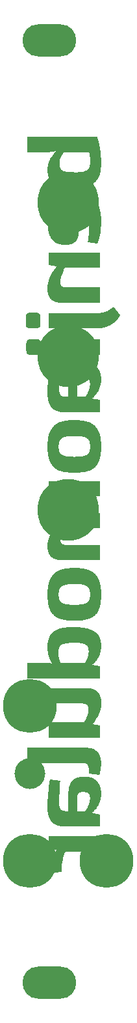
<source format=gbr>
%TF.GenerationSoftware,KiCad,Pcbnew,6.0.11+dfsg-1~bpo11+1*%
%TF.CreationDate,2023-04-14T10:24:36+08:00*%
%TF.ProjectId,MiniVerb - Front,4d696e69-5665-4726-9220-2d2046726f6e,rev?*%
%TF.SameCoordinates,Original*%
%TF.FileFunction,Copper,L2,Bot*%
%TF.FilePolarity,Positive*%
%FSLAX46Y46*%
G04 Gerber Fmt 4.6, Leading zero omitted, Abs format (unit mm)*
G04 Created by KiCad (PCBNEW 6.0.11+dfsg-1~bpo11+1) date 2023-04-14 10:24:36*
%MOMM*%
%LPD*%
G01*
G04 APERTURE LIST*
%TA.AperFunction,NonConductor*%
%ADD10C,0.000000*%
%TD*%
%TA.AperFunction,ComponentPad*%
%ADD11O,7.000000X4.200000*%
%TD*%
%TA.AperFunction,ComponentPad*%
%ADD12C,7.000000*%
%TD*%
%TA.AperFunction,ComponentPad*%
%ADD13C,8.000000*%
%TD*%
%TA.AperFunction,ViaPad*%
%ADD14C,4.000000*%
%TD*%
G04 APERTURE END LIST*
D10*
G36*
X146254039Y-145531699D02*
G01*
X141734936Y-145531699D01*
X141632447Y-145840931D01*
X141541097Y-146127896D01*
X141462175Y-146390002D01*
X141396972Y-146624656D01*
X141365350Y-146752207D01*
X141337949Y-146878490D01*
X141314766Y-147003506D01*
X141295802Y-147127255D01*
X141281054Y-147249740D01*
X141270521Y-147370960D01*
X141264203Y-147490916D01*
X141262097Y-147609610D01*
X141262097Y-148162551D01*
X139413113Y-148351683D01*
X139413113Y-148000800D01*
X139414380Y-147916314D01*
X139418181Y-147831515D01*
X139424515Y-147746404D01*
X139433381Y-147660979D01*
X139444780Y-147575240D01*
X139458709Y-147489186D01*
X139475170Y-147402817D01*
X139494162Y-147316132D01*
X139515683Y-147229131D01*
X139539733Y-147141813D01*
X139566313Y-147054178D01*
X139595421Y-146966225D01*
X139627056Y-146877953D01*
X139661219Y-146789362D01*
X139697909Y-146700451D01*
X139737124Y-146611220D01*
X139776007Y-146527727D01*
X139816990Y-146444322D01*
X139860063Y-146361007D01*
X139905214Y-146277781D01*
X139952434Y-146194646D01*
X140001711Y-146111601D01*
X140106394Y-145945785D01*
X140219179Y-145780337D01*
X140339980Y-145615261D01*
X140468712Y-145450560D01*
X140605288Y-145286238D01*
X139588814Y-145099685D01*
X139588814Y-143534407D01*
X146254039Y-143534407D01*
X146254039Y-145531699D01*
G37*
G36*
X146254037Y-99331935D02*
G01*
X141653285Y-99331935D01*
X141571291Y-99465651D01*
X141495738Y-99592253D01*
X141428033Y-99710135D01*
X141397562Y-99765305D01*
X141369581Y-99817694D01*
X141333973Y-99890636D01*
X141301338Y-99961040D01*
X141271668Y-100028910D01*
X141244956Y-100094247D01*
X141221194Y-100157055D01*
X141200373Y-100217336D01*
X141182487Y-100275091D01*
X141167526Y-100330325D01*
X141151697Y-100387674D01*
X141137964Y-100445033D01*
X141126331Y-100502398D01*
X141116803Y-100559766D01*
X141109384Y-100617135D01*
X141104079Y-100674500D01*
X141100893Y-100731860D01*
X141099830Y-100789210D01*
X141100518Y-100835648D01*
X141102583Y-100880510D01*
X141106023Y-100923795D01*
X141110838Y-100965502D01*
X141117027Y-101005631D01*
X141124589Y-101044181D01*
X141133522Y-101081150D01*
X141143827Y-101116539D01*
X141155503Y-101150347D01*
X141168548Y-101182573D01*
X141182961Y-101213216D01*
X141198743Y-101242276D01*
X141215891Y-101269751D01*
X141234406Y-101295642D01*
X141254286Y-101319947D01*
X141275530Y-101342665D01*
X141298458Y-101365537D01*
X141323389Y-101386927D01*
X141350323Y-101406837D01*
X141379260Y-101425266D01*
X141410201Y-101442217D01*
X141443144Y-101457689D01*
X141478090Y-101471684D01*
X141515039Y-101484202D01*
X141553991Y-101495244D01*
X141594945Y-101504811D01*
X141637903Y-101512905D01*
X141682863Y-101519524D01*
X141729825Y-101524672D01*
X141778790Y-101528347D01*
X141829758Y-101530552D01*
X141882728Y-101531287D01*
X146254037Y-101531287D01*
X146254037Y-103447448D01*
X141680674Y-103447448D01*
X141595147Y-103588239D01*
X141516287Y-103721557D01*
X141445336Y-103845978D01*
X141413214Y-103904407D01*
X141383534Y-103960078D01*
X141347696Y-104029860D01*
X141314377Y-104097530D01*
X141283580Y-104163089D01*
X141255308Y-104226540D01*
X141229564Y-104287883D01*
X141206351Y-104347118D01*
X141185670Y-104404248D01*
X141167527Y-104459273D01*
X141151698Y-104513672D01*
X141137965Y-104568922D01*
X141126332Y-104625022D01*
X141116804Y-104681968D01*
X141109385Y-104739757D01*
X141104080Y-104798388D01*
X141100894Y-104857855D01*
X141099830Y-104918158D01*
X141100571Y-104967805D01*
X141102792Y-105015547D01*
X141106493Y-105061385D01*
X141111673Y-105105322D01*
X141118331Y-105147357D01*
X141126467Y-105187492D01*
X141136081Y-105225727D01*
X141147171Y-105262064D01*
X141159737Y-105296503D01*
X141173778Y-105329046D01*
X141189293Y-105359693D01*
X141206283Y-105388446D01*
X141224746Y-105415305D01*
X141244681Y-105440272D01*
X141266088Y-105463346D01*
X141288966Y-105484530D01*
X141311841Y-105504141D01*
X141336615Y-105522494D01*
X141363288Y-105539589D01*
X141391859Y-105555423D01*
X141422329Y-105569997D01*
X141454697Y-105583309D01*
X141488963Y-105595357D01*
X141525127Y-105606142D01*
X141563189Y-105615662D01*
X141603147Y-105623916D01*
X141645003Y-105630903D01*
X141688756Y-105636622D01*
X141734405Y-105641071D01*
X141781950Y-105644251D01*
X141831391Y-105646160D01*
X141882728Y-105646796D01*
X146254038Y-105646796D01*
X146254038Y-107630137D01*
X141262095Y-107630137D01*
X141150775Y-107628292D01*
X141042820Y-107622755D01*
X140938231Y-107613528D01*
X140837010Y-107600611D01*
X140739158Y-107584003D01*
X140644676Y-107563705D01*
X140553564Y-107539717D01*
X140465825Y-107512040D01*
X140381458Y-107480673D01*
X140300466Y-107445617D01*
X140222849Y-107406872D01*
X140148609Y-107364438D01*
X140077746Y-107318315D01*
X140010262Y-107268504D01*
X139946158Y-107215004D01*
X139885435Y-107157817D01*
X139828247Y-107097100D01*
X139774748Y-107033013D01*
X139724936Y-106965555D01*
X139678814Y-106894725D01*
X139636379Y-106820524D01*
X139597634Y-106742951D01*
X139562577Y-106662005D01*
X139531210Y-106577687D01*
X139503533Y-106489995D01*
X139479545Y-106398930D01*
X139459246Y-106304491D01*
X139442638Y-106206677D01*
X139429721Y-106105489D01*
X139420493Y-106000925D01*
X139414957Y-105892987D01*
X139413112Y-105781672D01*
X139414379Y-105692598D01*
X139418179Y-105604157D01*
X139424513Y-105516349D01*
X139433379Y-105429173D01*
X139444778Y-105342630D01*
X139458707Y-105256720D01*
X139475168Y-105171442D01*
X139494160Y-105086797D01*
X139515681Y-105002784D01*
X139539732Y-104919403D01*
X139566311Y-104836655D01*
X139595419Y-104754540D01*
X139627054Y-104673056D01*
X139661217Y-104592205D01*
X139697907Y-104511986D01*
X139737122Y-104432399D01*
X139771455Y-104365635D01*
X139807760Y-104298707D01*
X139846023Y-104231615D01*
X139886229Y-104164361D01*
X139928364Y-104096945D01*
X139972412Y-104029370D01*
X140018358Y-103961637D01*
X140066188Y-103893747D01*
X140167440Y-103757500D01*
X140276047Y-103620642D01*
X140391891Y-103483181D01*
X140514853Y-103345130D01*
X140467798Y-103329946D01*
X140421748Y-103313728D01*
X140376707Y-103296471D01*
X140332683Y-103278170D01*
X140289678Y-103258819D01*
X140247699Y-103238413D01*
X140206750Y-103216946D01*
X140166837Y-103194413D01*
X140127965Y-103170809D01*
X140090139Y-103146127D01*
X140053364Y-103120364D01*
X140017645Y-103093513D01*
X139982988Y-103065569D01*
X139949397Y-103036526D01*
X139916877Y-103006379D01*
X139885434Y-102975123D01*
X139828247Y-102916092D01*
X139774747Y-102853688D01*
X139724936Y-102787911D01*
X139678813Y-102718761D01*
X139636379Y-102646239D01*
X139597634Y-102570343D01*
X139562577Y-102491074D01*
X139531210Y-102408432D01*
X139503532Y-102322417D01*
X139479544Y-102233028D01*
X139459246Y-102140266D01*
X139442638Y-102044131D01*
X139429721Y-101944622D01*
X139420493Y-101841739D01*
X139414957Y-101735483D01*
X139413112Y-101625853D01*
X139414379Y-101535197D01*
X139418179Y-101445385D01*
X139424513Y-101356417D01*
X139433379Y-101268293D01*
X139444778Y-101181012D01*
X139458707Y-101094574D01*
X139475168Y-101008980D01*
X139494160Y-100924230D01*
X139515681Y-100840323D01*
X139539732Y-100757259D01*
X139566311Y-100675038D01*
X139595419Y-100593661D01*
X139627054Y-100513126D01*
X139661217Y-100433434D01*
X139697907Y-100354586D01*
X139737122Y-100276580D01*
X139774464Y-100204043D01*
X139814091Y-100131216D01*
X139855991Y-100058100D01*
X139900152Y-99984698D01*
X139946563Y-99911012D01*
X139995212Y-99837043D01*
X140046086Y-99762795D01*
X140099175Y-99688270D01*
X140154466Y-99613469D01*
X140211948Y-99538395D01*
X140333437Y-99387437D01*
X140463548Y-99235412D01*
X140602186Y-99082339D01*
X139588812Y-98927310D01*
X139588812Y-97335158D01*
X146254037Y-97335158D01*
X146254037Y-99331935D01*
G37*
G36*
X148898836Y-75773688D02*
G01*
X148862733Y-75840517D01*
X148825259Y-75906076D01*
X148786416Y-75970365D01*
X148746204Y-76033385D01*
X148704621Y-76095138D01*
X148661668Y-76155623D01*
X148617345Y-76214841D01*
X148571652Y-76272794D01*
X148524588Y-76329482D01*
X148476154Y-76384906D01*
X148426349Y-76439066D01*
X148375174Y-76491964D01*
X148322627Y-76543600D01*
X148268710Y-76593975D01*
X148213422Y-76643089D01*
X148156763Y-76690944D01*
X148098940Y-76739119D01*
X148040164Y-76785819D01*
X147980434Y-76831045D01*
X147919752Y-76874797D01*
X147858118Y-76917074D01*
X147795533Y-76957875D01*
X147731998Y-76997201D01*
X147667514Y-77035051D01*
X147602080Y-77071426D01*
X147535699Y-77106325D01*
X147468371Y-77139747D01*
X147400096Y-77171693D01*
X147330876Y-77202162D01*
X147260711Y-77231154D01*
X147189602Y-77258669D01*
X147117550Y-77284707D01*
X147046557Y-77310851D01*
X146975255Y-77335311D01*
X146903642Y-77358086D01*
X146831718Y-77379176D01*
X146759481Y-77398581D01*
X146686930Y-77416301D01*
X146614064Y-77432335D01*
X146540884Y-77446682D01*
X146467387Y-77459343D01*
X146393573Y-77470317D01*
X146319441Y-77479604D01*
X146244990Y-77487202D01*
X146170219Y-77493113D01*
X146095127Y-77497336D01*
X146019714Y-77499870D01*
X145943978Y-77500714D01*
X139588811Y-77500714D01*
X139588811Y-75503421D01*
X145943978Y-75503421D01*
X146093877Y-75500481D01*
X146239983Y-75491658D01*
X146311614Y-75485038D01*
X146382297Y-75476945D01*
X146452031Y-75467378D01*
X146520816Y-75456336D01*
X146588652Y-75443818D01*
X146655540Y-75429823D01*
X146721479Y-75414351D01*
X146786468Y-75397401D01*
X146850509Y-75378971D01*
X146913600Y-75359062D01*
X146975742Y-75337672D01*
X147036934Y-75314801D01*
X147097757Y-75290130D01*
X147158789Y-75263344D01*
X147220031Y-75234443D01*
X147281481Y-75203429D01*
X147343142Y-75170301D01*
X147405012Y-75135063D01*
X147467092Y-75097714D01*
X147529383Y-75058255D01*
X147591885Y-75016689D01*
X147654598Y-74973015D01*
X147717523Y-74927235D01*
X147780658Y-74879350D01*
X147844006Y-74829360D01*
X147907566Y-74777268D01*
X147971338Y-74723074D01*
X148035323Y-74666779D01*
X148898836Y-75773688D01*
G37*
G36*
X144726362Y-132040526D02*
G01*
X144828194Y-132046704D01*
X144927076Y-132057000D01*
X145023008Y-132071412D01*
X145115989Y-132089940D01*
X145206020Y-132112582D01*
X145293099Y-132139337D01*
X145377228Y-132170205D01*
X145458405Y-132205184D01*
X145536630Y-132244272D01*
X145611903Y-132287470D01*
X145684224Y-132334775D01*
X145753593Y-132386188D01*
X145820009Y-132441706D01*
X145883471Y-132501328D01*
X145943980Y-132565055D01*
X146001168Y-132632304D01*
X146054667Y-132702498D01*
X146104478Y-132775637D01*
X146150601Y-132851722D01*
X146193035Y-132930754D01*
X146231781Y-133012735D01*
X146266837Y-133097666D01*
X146298204Y-133185547D01*
X146325882Y-133276379D01*
X146349870Y-133370164D01*
X146370168Y-133466903D01*
X146386776Y-133566597D01*
X146399694Y-133669246D01*
X146408921Y-133774853D01*
X146414457Y-133883417D01*
X146416303Y-133994941D01*
X146415656Y-134050404D01*
X146413721Y-134108844D01*
X146410505Y-134170252D01*
X146406016Y-134234619D01*
X146400261Y-134301938D01*
X146393248Y-134372200D01*
X146384985Y-134445397D01*
X146375479Y-134521521D01*
X146368115Y-134598896D01*
X146359517Y-134675850D01*
X146349675Y-134752383D01*
X146338578Y-134828495D01*
X146326215Y-134904185D01*
X146312576Y-134979453D01*
X146297650Y-135054299D01*
X146281427Y-135128722D01*
X146267502Y-135200806D01*
X146252698Y-135268647D01*
X146237027Y-135332253D01*
X146220499Y-135391634D01*
X146203125Y-135446799D01*
X146184916Y-135497756D01*
X146165882Y-135544517D01*
X146146035Y-135587088D01*
X144796764Y-135358161D01*
X144796764Y-134818145D01*
X144796133Y-134769970D01*
X144794241Y-134723269D01*
X144791087Y-134678042D01*
X144786671Y-134634291D01*
X144780991Y-134592014D01*
X144774048Y-134551212D01*
X144765841Y-134511886D01*
X144756370Y-134474035D01*
X144745633Y-134437660D01*
X144733632Y-134402761D01*
X144720364Y-134369339D01*
X144705829Y-134337393D01*
X144690028Y-134306924D01*
X144672959Y-134277932D01*
X144654622Y-134250417D01*
X144635016Y-134224379D01*
X144612460Y-134199875D01*
X144588640Y-134176959D01*
X144563558Y-134155630D01*
X144537211Y-134135887D01*
X144509601Y-134117730D01*
X144480726Y-134101156D01*
X144450587Y-134086166D01*
X144419184Y-134072758D01*
X144386515Y-134060931D01*
X144352581Y-134050684D01*
X144317381Y-134042016D01*
X144280915Y-134034926D01*
X144243183Y-134029414D01*
X144204184Y-134025478D01*
X144163918Y-134023117D01*
X144122386Y-134022330D01*
X136809138Y-134035765D01*
X136809138Y-132038466D01*
X144621580Y-132038466D01*
X144726362Y-132040526D01*
G37*
G36*
X146301025Y-62275861D02*
G01*
X146325218Y-62402157D01*
X146346565Y-62532248D01*
X146365066Y-62666133D01*
X146380721Y-62803813D01*
X146393529Y-62945286D01*
X146403491Y-63090553D01*
X146410607Y-63239613D01*
X146414877Y-63392466D01*
X146416300Y-63549111D01*
X146415445Y-63671174D01*
X146412884Y-63794491D01*
X146408624Y-63919067D01*
X146402670Y-64044904D01*
X146395028Y-64172006D01*
X146385705Y-64300377D01*
X146374707Y-64430019D01*
X146362040Y-64560936D01*
X146350871Y-64692061D01*
X146337601Y-64822330D01*
X146322229Y-64951745D01*
X146304751Y-65080313D01*
X146285165Y-65208037D01*
X146263468Y-65334922D01*
X146239656Y-65460974D01*
X146213728Y-65586196D01*
X146185487Y-65709312D01*
X146154732Y-65829045D01*
X146121457Y-65945398D01*
X146085657Y-66058374D01*
X146047327Y-66167977D01*
X146006462Y-66274210D01*
X145963056Y-66377077D01*
X145917106Y-66476581D01*
X144689274Y-66287962D01*
X144727213Y-65943914D01*
X144760101Y-65599891D01*
X144787935Y-65255867D01*
X144810713Y-64911819D01*
X144822506Y-64587930D01*
X144830899Y-64290957D01*
X144835917Y-64020969D01*
X144837585Y-63778038D01*
X144834832Y-63623716D01*
X144826576Y-63477834D01*
X144820388Y-63408057D01*
X144812826Y-63340389D01*
X144803892Y-63274830D01*
X144793587Y-63211379D01*
X144781912Y-63150037D01*
X144768867Y-63090802D01*
X144754454Y-63033675D01*
X144738672Y-62978656D01*
X144721524Y-62925744D01*
X144703009Y-62874939D01*
X144683129Y-62826241D01*
X144661885Y-62779650D01*
X144638905Y-62736589D01*
X144613818Y-62695110D01*
X144586623Y-62655213D01*
X144557320Y-62616898D01*
X144525910Y-62580165D01*
X144492391Y-62545013D01*
X144456765Y-62511443D01*
X144419031Y-62479454D01*
X144379188Y-62449046D01*
X144337237Y-62420220D01*
X144293178Y-62392974D01*
X144247010Y-62367309D01*
X144198733Y-62343225D01*
X144148348Y-62320721D01*
X144095854Y-62299798D01*
X144041251Y-62280455D01*
X143985055Y-62263302D01*
X143926049Y-62247275D01*
X143864273Y-62232350D01*
X143799765Y-62218505D01*
X143732564Y-62205718D01*
X143662708Y-62193968D01*
X143590235Y-62183231D01*
X143515185Y-62173485D01*
X143515185Y-64547500D01*
X143513444Y-64689859D01*
X143508220Y-64826838D01*
X143499514Y-64958437D01*
X143487327Y-65084658D01*
X143471659Y-65205500D01*
X143452510Y-65320965D01*
X143429882Y-65431053D01*
X143403775Y-65535764D01*
X143374189Y-65635099D01*
X143341125Y-65729058D01*
X143304584Y-65817642D01*
X143264566Y-65900852D01*
X143221071Y-65978688D01*
X143174100Y-66051151D01*
X143123655Y-66118241D01*
X143069734Y-66179958D01*
X143010599Y-66237093D01*
X142947882Y-66290436D01*
X142881584Y-66339986D01*
X142811703Y-66385744D01*
X142738240Y-66427708D01*
X142661194Y-66465878D01*
X142580565Y-66500255D01*
X142496352Y-66530836D01*
X142408556Y-66557623D01*
X142317174Y-66580615D01*
X142222208Y-66599812D01*
X142123657Y-66615212D01*
X142021520Y-66626816D01*
X141915797Y-66634623D01*
X141806487Y-66638633D01*
X141693591Y-66638845D01*
X141554129Y-66635947D01*
X141419093Y-66627251D01*
X141288484Y-66612759D01*
X141162301Y-66592469D01*
X141040545Y-66566382D01*
X140923216Y-66534497D01*
X140810314Y-66496815D01*
X140701839Y-66453336D01*
X140597791Y-66404058D01*
X140498171Y-66348983D01*
X140402978Y-66288110D01*
X140312214Y-66221439D01*
X140225877Y-66148969D01*
X140143969Y-66070702D01*
X140066488Y-65986636D01*
X139993437Y-65896771D01*
X139923177Y-65801951D01*
X139857447Y-65699643D01*
X139796248Y-65589849D01*
X139739579Y-65472569D01*
X139687443Y-65347802D01*
X139639837Y-65215551D01*
X139596764Y-65075814D01*
X139558224Y-64928592D01*
X139524216Y-64773886D01*
X139494741Y-64611696D01*
X139469800Y-64442023D01*
X139449392Y-64264866D01*
X139433519Y-64080227D01*
X139422181Y-63888105D01*
X139415378Y-63688501D01*
X139413851Y-63549111D01*
X140816643Y-63549111D01*
X140817377Y-63625271D01*
X140819582Y-63698584D01*
X140823258Y-63769048D01*
X140828405Y-63836665D01*
X140835025Y-63901435D01*
X140843118Y-63963358D01*
X140852685Y-64022434D01*
X140863727Y-64078663D01*
X140876245Y-64132047D01*
X140890239Y-64182584D01*
X140905711Y-64230276D01*
X140922661Y-64275123D01*
X140941090Y-64317124D01*
X140961000Y-64356281D01*
X140982389Y-64392593D01*
X141005261Y-64426061D01*
X141016515Y-64442676D01*
X141028351Y-64458790D01*
X141040768Y-64474402D01*
X141053767Y-64489513D01*
X141067347Y-64504122D01*
X141081509Y-64518230D01*
X141096251Y-64531837D01*
X141111575Y-64544942D01*
X141127479Y-64557547D01*
X141143964Y-64569650D01*
X141161030Y-64581252D01*
X141178676Y-64592352D01*
X141196903Y-64602952D01*
X141215709Y-64613051D01*
X141235096Y-64622650D01*
X141255062Y-64631747D01*
X141275608Y-64640344D01*
X141296734Y-64648440D01*
X141340724Y-64663130D01*
X141387031Y-64675818D01*
X141435654Y-64686505D01*
X141486592Y-64695191D01*
X141539843Y-64701876D01*
X141595408Y-64706562D01*
X141653283Y-64709247D01*
X141696553Y-64708721D01*
X141738657Y-64707141D01*
X141779597Y-64704509D01*
X141819374Y-64700823D01*
X141857987Y-64696083D01*
X141895439Y-64690290D01*
X141931730Y-64683443D01*
X141966860Y-64675542D01*
X142000830Y-64666586D01*
X142033642Y-64656577D01*
X142065295Y-64645513D01*
X142095792Y-64633395D01*
X142125132Y-64620222D01*
X142153316Y-64605993D01*
X142180345Y-64590710D01*
X142206221Y-64574372D01*
X142217843Y-64566453D01*
X142229098Y-64557873D01*
X142239985Y-64548635D01*
X142250505Y-64538736D01*
X142260656Y-64528179D01*
X142270439Y-64516962D01*
X142279855Y-64505086D01*
X142288902Y-64492550D01*
X142297581Y-64479356D01*
X142305891Y-64465502D01*
X142313833Y-64450989D01*
X142321407Y-64435817D01*
X142328612Y-64419986D01*
X142335448Y-64403496D01*
X142341915Y-64386347D01*
X142348014Y-64368539D01*
X142359104Y-64330947D01*
X142368718Y-64290719D01*
X142376855Y-64247858D01*
X142383514Y-64202362D01*
X142388694Y-64154233D01*
X142392395Y-64103470D01*
X142394616Y-64050074D01*
X142395357Y-63994045D01*
X142395357Y-62139378D01*
X142263281Y-62145910D01*
X142138044Y-62154628D01*
X142019674Y-62165545D01*
X141908201Y-62178674D01*
X141803652Y-62194029D01*
X141706057Y-62211623D01*
X141615445Y-62231470D01*
X141531843Y-62253584D01*
X141480610Y-62269498D01*
X141431482Y-62286883D01*
X141384458Y-62305738D01*
X141339540Y-62326065D01*
X141296728Y-62347865D01*
X141256022Y-62371138D01*
X141217424Y-62395885D01*
X141180933Y-62422107D01*
X141146551Y-62449805D01*
X141114277Y-62478980D01*
X141084113Y-62509632D01*
X141056059Y-62541762D01*
X141030116Y-62575372D01*
X141006283Y-62610461D01*
X140984562Y-62647030D01*
X140964953Y-62685081D01*
X140946981Y-62724828D01*
X140930170Y-62766481D01*
X140914521Y-62810041D01*
X140900033Y-62855505D01*
X140886707Y-62902872D01*
X140874541Y-62952141D01*
X140863535Y-63003310D01*
X140853690Y-63056378D01*
X140845004Y-63111344D01*
X140837477Y-63168205D01*
X140831109Y-63226961D01*
X140825900Y-63287611D01*
X140821849Y-63350152D01*
X140818956Y-63414583D01*
X140817221Y-63480903D01*
X140816643Y-63549111D01*
X139413851Y-63549111D01*
X139413110Y-63481416D01*
X139418386Y-63181836D01*
X139434212Y-62897022D01*
X139446080Y-62760151D01*
X139460585Y-62626971D01*
X139477726Y-62497482D01*
X139497503Y-62371682D01*
X139519915Y-62249571D01*
X139544962Y-62131150D01*
X139572644Y-62016417D01*
X139602959Y-61905373D01*
X139635909Y-61798017D01*
X139671492Y-61694349D01*
X139709708Y-61594368D01*
X139750557Y-61498074D01*
X139794409Y-61405205D01*
X139841634Y-61315499D01*
X139892232Y-61228956D01*
X139946202Y-61145576D01*
X140003545Y-61065358D01*
X140064261Y-60988303D01*
X140128350Y-60914411D01*
X140195812Y-60843681D01*
X140266648Y-60776114D01*
X140340856Y-60711708D01*
X140418438Y-60650465D01*
X140499393Y-60592384D01*
X140583722Y-60537466D01*
X140671424Y-60485709D01*
X140762499Y-60437114D01*
X140856949Y-60391681D01*
X140955195Y-60349199D01*
X141057657Y-60309456D01*
X141164336Y-60272453D01*
X141275231Y-60238189D01*
X141390343Y-60206666D01*
X141509671Y-60177882D01*
X141633216Y-60151839D01*
X141760977Y-60128536D01*
X141892954Y-60107974D01*
X142029148Y-60090153D01*
X142169559Y-60075074D01*
X142314186Y-60062735D01*
X142463029Y-60053138D01*
X142616089Y-60046283D01*
X142773366Y-60042170D01*
X142934859Y-60040799D01*
X143228327Y-60046074D01*
X143508299Y-60061900D01*
X143643224Y-60073769D01*
X143774775Y-60088274D01*
X143902952Y-60105414D01*
X144027756Y-60125191D01*
X144149187Y-60147603D01*
X144267245Y-60172650D01*
X144381930Y-60200331D01*
X144493241Y-60230647D01*
X144601181Y-60263597D01*
X144705747Y-60299180D01*
X144806942Y-60337396D01*
X144904764Y-60378245D01*
X144999377Y-60423730D01*
X145090939Y-60472481D01*
X145179449Y-60524499D01*
X145264907Y-60579783D01*
X145347312Y-60638334D01*
X145426663Y-60700152D01*
X145502958Y-60765237D01*
X145576198Y-60833590D01*
X145646380Y-60905210D01*
X145713504Y-60980099D01*
X145777570Y-61058256D01*
X145838575Y-61139682D01*
X145896520Y-61224376D01*
X145951403Y-61312340D01*
X146003224Y-61403572D01*
X146051981Y-61498074D01*
X146096097Y-61597796D01*
X146137367Y-61701316D01*
X146175790Y-61808632D01*
X146211368Y-61919745D01*
X146244100Y-62034655D01*
X146270465Y-62139378D01*
X146273985Y-62153360D01*
X146301025Y-62275861D01*
G37*
G36*
X146254037Y-80907222D02*
G01*
X139588811Y-80907222D01*
X139588811Y-78923882D01*
X146254037Y-78923882D01*
X146254037Y-80907222D01*
G37*
G36*
X146296791Y-119676138D02*
G01*
X146268755Y-119772169D01*
X146237768Y-119865880D01*
X146203828Y-119957272D01*
X146166936Y-120046345D01*
X146127092Y-120133099D01*
X146084296Y-120217535D01*
X146038548Y-120299651D01*
X145994942Y-120370119D01*
X145950218Y-120439045D01*
X145904382Y-120506439D01*
X145857445Y-120572313D01*
X145809413Y-120636675D01*
X145760296Y-120699537D01*
X145710100Y-120760909D01*
X145658836Y-120820802D01*
X145606510Y-120879225D01*
X145553131Y-120936189D01*
X145498707Y-120991704D01*
X145443248Y-121045781D01*
X145386759Y-121098431D01*
X145329251Y-121149663D01*
X145270731Y-121199488D01*
X145211208Y-121247916D01*
X146254038Y-121419997D01*
X146254038Y-122998710D01*
X136809137Y-122998710D01*
X136809137Y-121001418D01*
X138617295Y-121001418D01*
X138839072Y-121002252D01*
X139059145Y-121004762D01*
X139277530Y-121008959D01*
X139494244Y-121014853D01*
X139628855Y-121024370D01*
X139763479Y-121035163D01*
X140032713Y-121058265D01*
X139999269Y-121009643D01*
X139966774Y-120960419D01*
X139935236Y-120910587D01*
X139904661Y-120860144D01*
X139875057Y-120809085D01*
X139846432Y-120757407D01*
X139818793Y-120705104D01*
X139792148Y-120652173D01*
X139766505Y-120598609D01*
X139741871Y-120544409D01*
X139718254Y-120489568D01*
X139695661Y-120434082D01*
X139674100Y-120377947D01*
X139653579Y-120321158D01*
X139634104Y-120263712D01*
X139615684Y-120205603D01*
X139568239Y-120042844D01*
X139527107Y-119878401D01*
X139492292Y-119712271D01*
X139466026Y-119557578D01*
X140843516Y-119557578D01*
X140845206Y-119677118D01*
X140850272Y-119792865D01*
X140858715Y-119904818D01*
X140870533Y-120012977D01*
X140885724Y-120117340D01*
X140904286Y-120217908D01*
X140926219Y-120314679D01*
X140951520Y-120407653D01*
X141126703Y-121001418D01*
X144231940Y-121001418D01*
X144366471Y-120805391D01*
X144429814Y-120711301D01*
X144459245Y-120666495D01*
X144486704Y-120623664D01*
X144522749Y-120559576D01*
X144556693Y-120495495D01*
X144588534Y-120431420D01*
X144618271Y-120367347D01*
X144645902Y-120303274D01*
X144671427Y-120239198D01*
X144694842Y-120175118D01*
X144716148Y-120111029D01*
X144731954Y-120045463D01*
X144745629Y-119976943D01*
X144757179Y-119905470D01*
X144766612Y-119831045D01*
X144773936Y-119753668D01*
X144779158Y-119673341D01*
X144782286Y-119590064D01*
X144783327Y-119503837D01*
X144782748Y-119455453D01*
X144781013Y-119408127D01*
X144778120Y-119361859D01*
X144774069Y-119316646D01*
X144768859Y-119272490D01*
X144762492Y-119229389D01*
X144754965Y-119187343D01*
X144746279Y-119146352D01*
X144736433Y-119106414D01*
X144725428Y-119067531D01*
X144713262Y-119029701D01*
X144699935Y-118992923D01*
X144685448Y-118957197D01*
X144669799Y-118922524D01*
X144652988Y-118888901D01*
X144635016Y-118856330D01*
X144613826Y-118826444D01*
X144590735Y-118797507D01*
X144565743Y-118769519D01*
X144538851Y-118742480D01*
X144510059Y-118716389D01*
X144479368Y-118691247D01*
X144446778Y-118667054D01*
X144412290Y-118643809D01*
X144375905Y-118621513D01*
X144337623Y-118600166D01*
X144297444Y-118579768D01*
X144255370Y-118560319D01*
X144211400Y-118541819D01*
X144165536Y-118524267D01*
X144117777Y-118507665D01*
X144068125Y-118492011D01*
X144014370Y-118478939D01*
X143957673Y-118466710D01*
X143835448Y-118444777D01*
X143701439Y-118426215D01*
X143555635Y-118411025D01*
X143398026Y-118399208D01*
X143228598Y-118390765D01*
X143047342Y-118385698D01*
X142854246Y-118384009D01*
X142648258Y-118385907D01*
X142455321Y-118391599D01*
X142275443Y-118401087D01*
X142108630Y-118414369D01*
X141954888Y-118431447D01*
X141814224Y-118452319D01*
X141686644Y-118476985D01*
X141572154Y-118505446D01*
X141519287Y-118521152D01*
X141468631Y-118537911D01*
X141420186Y-118555724D01*
X141373954Y-118574590D01*
X141329934Y-118594510D01*
X141288126Y-118615483D01*
X141248532Y-118637510D01*
X141211150Y-118660592D01*
X141175983Y-118684727D01*
X141143030Y-118709917D01*
X141112291Y-118736161D01*
X141083767Y-118763460D01*
X141057458Y-118791813D01*
X141033365Y-118821221D01*
X141011488Y-118851683D01*
X140991827Y-118883201D01*
X140973856Y-118915875D01*
X140957046Y-118949809D01*
X140941398Y-118985003D01*
X140926910Y-119021459D01*
X140913584Y-119059177D01*
X140901418Y-119098157D01*
X140890412Y-119138401D01*
X140880567Y-119179909D01*
X140871880Y-119222682D01*
X140864353Y-119266720D01*
X140857985Y-119312026D01*
X140852775Y-119358598D01*
X140848724Y-119406439D01*
X140845831Y-119455549D01*
X140844095Y-119505928D01*
X140843516Y-119557578D01*
X139466026Y-119557578D01*
X139463798Y-119544456D01*
X139441629Y-119374955D01*
X139425789Y-119203767D01*
X139416282Y-119030892D01*
X139413112Y-118856330D01*
X139414327Y-118752810D01*
X139417972Y-118651394D01*
X139424045Y-118552081D01*
X139432545Y-118454872D01*
X139443474Y-118359769D01*
X139456828Y-118266771D01*
X139472609Y-118175880D01*
X139490815Y-118087097D01*
X139511445Y-118000422D01*
X139534500Y-117915856D01*
X139559977Y-117833400D01*
X139587877Y-117753055D01*
X139618199Y-117674821D01*
X139650942Y-117598699D01*
X139686105Y-117524690D01*
X139723688Y-117452796D01*
X139764221Y-117383065D01*
X139808236Y-117315547D01*
X139855732Y-117250243D01*
X139906709Y-117187152D01*
X139961166Y-117126274D01*
X140019103Y-117067610D01*
X140080520Y-117011159D01*
X140145415Y-116956922D01*
X140213789Y-116904899D01*
X140285641Y-116855089D01*
X140360971Y-116807493D01*
X140439779Y-116762111D01*
X140522063Y-116718942D01*
X140607824Y-116677988D01*
X140697060Y-116639248D01*
X140789773Y-116602721D01*
X140884856Y-116570043D01*
X140984577Y-116539476D01*
X141088936Y-116511020D01*
X141197934Y-116484673D01*
X141311570Y-116460435D01*
X141429844Y-116438307D01*
X141552757Y-116418288D01*
X141680307Y-116400377D01*
X141812496Y-116384575D01*
X141949322Y-116370880D01*
X142090787Y-116359294D01*
X142236890Y-116349814D01*
X142543010Y-116337177D01*
X142867682Y-116332965D01*
X143078769Y-116335071D01*
X143283631Y-116341389D01*
X143482269Y-116351919D01*
X143674684Y-116366664D01*
X143860876Y-116385622D01*
X144040847Y-116408795D01*
X144214596Y-116436183D01*
X144382125Y-116467788D01*
X144543435Y-116503609D01*
X144698526Y-116543647D01*
X144847400Y-116587903D01*
X144990056Y-116636377D01*
X145126497Y-116689071D01*
X145256722Y-116745985D01*
X145380732Y-116807118D01*
X145498529Y-116872474D01*
X145554979Y-116907761D01*
X145609638Y-116944471D01*
X145662506Y-116982604D01*
X145713583Y-117022160D01*
X145762870Y-117063139D01*
X145810366Y-117105541D01*
X145856070Y-117149367D01*
X145899983Y-117194615D01*
X145942105Y-117241286D01*
X145982436Y-117289381D01*
X146020975Y-117338899D01*
X146057723Y-117389839D01*
X146092679Y-117442203D01*
X146125843Y-117495990D01*
X146157215Y-117551200D01*
X146186795Y-117607833D01*
X146214584Y-117665889D01*
X146240580Y-117725368D01*
X146264784Y-117786270D01*
X146287196Y-117848596D01*
X146307815Y-117912344D01*
X146326642Y-117977516D01*
X146343676Y-118044111D01*
X146358918Y-118112128D01*
X146372366Y-118181569D01*
X146384022Y-118252433D01*
X146401955Y-118398431D01*
X146412715Y-118550121D01*
X146416302Y-118707503D01*
X146414827Y-118824406D01*
X146410401Y-118938990D01*
X146403024Y-119051255D01*
X146392697Y-119161200D01*
X146379418Y-119268826D01*
X146363188Y-119374133D01*
X146344007Y-119477121D01*
X146338134Y-119503837D01*
X146321875Y-119577789D01*
X146296791Y-119676138D01*
G37*
G36*
X144695830Y-124288860D02*
G01*
X144806750Y-124294436D01*
X144914033Y-124303728D01*
X145017678Y-124316738D01*
X145117687Y-124333464D01*
X145214057Y-124353908D01*
X145306791Y-124378068D01*
X145395888Y-124405944D01*
X145481347Y-124437537D01*
X145563170Y-124472846D01*
X145641355Y-124511872D01*
X145715904Y-124554614D01*
X145786815Y-124601072D01*
X145854090Y-124651247D01*
X145917727Y-124705137D01*
X145977728Y-124762743D01*
X146034093Y-124824065D01*
X146086820Y-124889102D01*
X146135911Y-124957856D01*
X146181365Y-125030325D01*
X146223183Y-125106509D01*
X146261364Y-125186409D01*
X146295908Y-125270024D01*
X146326816Y-125357354D01*
X146354088Y-125448400D01*
X146377723Y-125543160D01*
X146397722Y-125641635D01*
X146414085Y-125743826D01*
X146426812Y-125849731D01*
X146435902Y-125959351D01*
X146441356Y-126072685D01*
X146443174Y-126189734D01*
X146441959Y-126282335D01*
X146438315Y-126374610D01*
X146432242Y-126466562D01*
X146423740Y-126558192D01*
X146412812Y-126649501D01*
X146399457Y-126740491D01*
X146383675Y-126831161D01*
X146365469Y-126921514D01*
X146344839Y-127011551D01*
X146321784Y-127101273D01*
X146296307Y-127190681D01*
X146268407Y-127279777D01*
X146238085Y-127368560D01*
X146205343Y-127457034D01*
X146170181Y-127545199D01*
X146132599Y-127633055D01*
X146095782Y-127713861D01*
X146056738Y-127794853D01*
X146015479Y-127876031D01*
X145972017Y-127957395D01*
X145926364Y-128038941D01*
X145878532Y-128120670D01*
X145776379Y-128284670D01*
X145665657Y-128449383D01*
X145546461Y-128614799D01*
X145418890Y-128780908D01*
X145283039Y-128947699D01*
X146254039Y-129117720D01*
X146254039Y-130695914D01*
X139588814Y-130695914D01*
X139588813Y-128699141D01*
X144201451Y-128699141D01*
X144320881Y-128470600D01*
X144375916Y-128361367D01*
X144427512Y-128255838D01*
X144475428Y-128154271D01*
X144519426Y-128056925D01*
X144559266Y-127964058D01*
X144594709Y-127875930D01*
X144612680Y-127825284D01*
X144629490Y-127774540D01*
X144645138Y-127723697D01*
X144659625Y-127672754D01*
X144672952Y-127621710D01*
X144685118Y-127570564D01*
X144696123Y-127519314D01*
X144705969Y-127467960D01*
X144714656Y-127416501D01*
X144722183Y-127364935D01*
X144728551Y-127313262D01*
X144733761Y-127261480D01*
X144737812Y-127209588D01*
X144740705Y-127157586D01*
X144742441Y-127105471D01*
X144743020Y-127053244D01*
X144742337Y-127003488D01*
X144740289Y-126955417D01*
X144736874Y-126909032D01*
X144732092Y-126864332D01*
X144725943Y-126821318D01*
X144718425Y-126779989D01*
X144709538Y-126740347D01*
X144699281Y-126702391D01*
X144687654Y-126666122D01*
X144674655Y-126631540D01*
X144660285Y-126598645D01*
X144644543Y-126567436D01*
X144627428Y-126537915D01*
X144608939Y-126510082D01*
X144589075Y-126483937D01*
X144567837Y-126459479D01*
X144544961Y-126438237D01*
X144520186Y-126418358D01*
X144493513Y-126399845D01*
X144464941Y-126382697D01*
X144434471Y-126366916D01*
X144402103Y-126352503D01*
X144367837Y-126339458D01*
X144331673Y-126327782D01*
X144293612Y-126317477D01*
X144253654Y-126308543D01*
X144211799Y-126300981D01*
X144168047Y-126294792D01*
X144122398Y-126289976D01*
X144074853Y-126286535D01*
X144025412Y-126284470D01*
X143974075Y-126283782D01*
X139588813Y-126283782D01*
X139588813Y-124287001D01*
X144581272Y-124287001D01*
X144695830Y-124288860D01*
G37*
G36*
X146415653Y-55910302D02*
G01*
X146416300Y-55999701D01*
X146412296Y-56246780D01*
X146400285Y-56482035D01*
X146380265Y-56705473D01*
X146352235Y-56917099D01*
X146335215Y-57018484D01*
X146316193Y-57116918D01*
X146295167Y-57212402D01*
X146272138Y-57304937D01*
X146247105Y-57394523D01*
X146220069Y-57481161D01*
X146191029Y-57564851D01*
X146159985Y-57645595D01*
X146125462Y-57723759D01*
X146089359Y-57799708D01*
X146051675Y-57873444D01*
X146012411Y-57944965D01*
X145971566Y-58014272D01*
X145929140Y-58081365D01*
X145885133Y-58146244D01*
X145839545Y-58208910D01*
X145792376Y-58269362D01*
X145743626Y-58327600D01*
X145693294Y-58383624D01*
X145641381Y-58437436D01*
X145587886Y-58489034D01*
X145532809Y-58538418D01*
X145476151Y-58585590D01*
X145417911Y-58630548D01*
X145356557Y-58675190D01*
X145293929Y-58718040D01*
X145230031Y-58759096D01*
X145164861Y-58798360D01*
X145098423Y-58835831D01*
X145030715Y-58871509D01*
X144961741Y-58905396D01*
X144891501Y-58937490D01*
X144819995Y-58967793D01*
X144747226Y-58996303D01*
X144673194Y-59023022D01*
X144597900Y-59047949D01*
X144521345Y-59071084D01*
X144443532Y-59092428D01*
X144364460Y-59111981D01*
X144284130Y-59129742D01*
X144120331Y-59164546D01*
X143952759Y-59194741D01*
X143781406Y-59220316D01*
X143606265Y-59241262D01*
X143427329Y-59257571D01*
X143244591Y-59269231D01*
X143058044Y-59276235D01*
X142867679Y-59278571D01*
X142640723Y-59276304D01*
X142421985Y-59269500D01*
X142211466Y-59258162D01*
X142009166Y-59242289D01*
X141815085Y-59221881D01*
X141629225Y-59196940D01*
X141451587Y-59167465D01*
X141282169Y-59133457D01*
X141120974Y-59094916D01*
X140968002Y-59051843D01*
X140823253Y-59004238D01*
X140686728Y-58952101D01*
X140558427Y-58895433D01*
X140438352Y-58834234D01*
X140326503Y-58768504D01*
X140222879Y-58698245D01*
X140173071Y-58662087D01*
X140124842Y-58624452D01*
X140078194Y-58585340D01*
X140033126Y-58544751D01*
X139989638Y-58502685D01*
X139947731Y-58459141D01*
X139907405Y-58414121D01*
X139868659Y-58367625D01*
X139831493Y-58319651D01*
X139795908Y-58270201D01*
X139761905Y-58219275D01*
X139729482Y-58166872D01*
X139698640Y-58112993D01*
X139669378Y-58057638D01*
X139641698Y-58000807D01*
X139615600Y-57942500D01*
X139568146Y-57821459D01*
X139527017Y-57694516D01*
X139492214Y-57561671D01*
X139463738Y-57422926D01*
X139441589Y-57278281D01*
X139425767Y-57127737D01*
X139416274Y-56971294D01*
X139413110Y-56808955D01*
X139413798Y-56748346D01*
X139415863Y-56687956D01*
X139419303Y-56627784D01*
X139424118Y-56567828D01*
X139430307Y-56508087D01*
X139437868Y-56448560D01*
X139446802Y-56389246D01*
X139457107Y-56330144D01*
X139468782Y-56271253D01*
X139481827Y-56212571D01*
X139496241Y-56154099D01*
X139512022Y-56095834D01*
X139529171Y-56037775D01*
X139537055Y-56013137D01*
X140978389Y-56013137D01*
X140979077Y-56071326D01*
X140981142Y-56127828D01*
X140984582Y-56182644D01*
X140989397Y-56235774D01*
X140995586Y-56287217D01*
X141003147Y-56336974D01*
X141012081Y-56385044D01*
X141022386Y-56431428D01*
X141034061Y-56476125D01*
X141047106Y-56519136D01*
X141061520Y-56560460D01*
X141077301Y-56600097D01*
X141094450Y-56638047D01*
X141112964Y-56674310D01*
X141132844Y-56708886D01*
X141154088Y-56741775D01*
X141164457Y-56758470D01*
X141175324Y-56774823D01*
X141186690Y-56790832D01*
X141198555Y-56806500D01*
X141210919Y-56821824D01*
X141223782Y-56836807D01*
X141251007Y-56865743D01*
X141280230Y-56893310D01*
X141311453Y-56919506D01*
X141344676Y-56944331D01*
X141379901Y-56967787D01*
X141417128Y-56989872D01*
X141456360Y-57010587D01*
X141497597Y-57029931D01*
X141540841Y-57047905D01*
X141586091Y-57064508D01*
X141633350Y-57079741D01*
X141682619Y-57093603D01*
X141733898Y-57106094D01*
X141785818Y-57119166D01*
X141840380Y-57131396D01*
X141897582Y-57142784D01*
X141957425Y-57153329D01*
X142085026Y-57171891D01*
X142223176Y-57187082D01*
X142371868Y-57198899D01*
X142531093Y-57207342D01*
X142700844Y-57212409D01*
X142881115Y-57214098D01*
X143078018Y-57212200D01*
X143263944Y-57206507D01*
X143438899Y-57197020D01*
X143602887Y-57183737D01*
X143755912Y-57166659D01*
X143897978Y-57145787D01*
X144029091Y-57121120D01*
X144149254Y-57092658D01*
X144203910Y-57076842D01*
X144256562Y-57059754D01*
X144307208Y-57041394D01*
X144355850Y-57021764D01*
X144402489Y-57000866D01*
X144447123Y-56978699D01*
X144489754Y-56955265D01*
X144530382Y-56930565D01*
X144569006Y-56904600D01*
X144605629Y-56877371D01*
X144640249Y-56848880D01*
X144672866Y-56819126D01*
X144703483Y-56788112D01*
X144732098Y-56755838D01*
X144758711Y-56722305D01*
X144783324Y-56687515D01*
X144804619Y-56653044D01*
X144824655Y-56617098D01*
X144843429Y-56579675D01*
X144860942Y-56540776D01*
X144877193Y-56500401D01*
X144892182Y-56458551D01*
X144905907Y-56415224D01*
X144918367Y-56370421D01*
X144929563Y-56324143D01*
X144939493Y-56276389D01*
X144948157Y-56227159D01*
X144955555Y-56176454D01*
X144961684Y-56124273D01*
X144966545Y-56070616D01*
X144970138Y-56015484D01*
X144972460Y-55958877D01*
X144975413Y-55896908D01*
X144977523Y-55832432D01*
X144978788Y-55765442D01*
X144979210Y-55695930D01*
X144978788Y-55623887D01*
X144977523Y-55549307D01*
X144975413Y-55472182D01*
X144972460Y-55392504D01*
X144965282Y-55311761D01*
X144957252Y-55231447D01*
X144948371Y-55151559D01*
X144938644Y-55072095D01*
X144928073Y-54993053D01*
X144916661Y-54914430D01*
X144904412Y-54836225D01*
X144891328Y-54758434D01*
X144881773Y-54716015D01*
X144871954Y-54674707D01*
X144852054Y-54593069D01*
X141541145Y-54584284D01*
X141434709Y-54747740D01*
X141384322Y-54827582D01*
X141336050Y-54906015D01*
X141290063Y-54982925D01*
X141246533Y-55058196D01*
X141205629Y-55131715D01*
X141167524Y-55203368D01*
X141144647Y-55249225D01*
X141123241Y-55295718D01*
X141103306Y-55342848D01*
X141084844Y-55390612D01*
X141067854Y-55439012D01*
X141052339Y-55488045D01*
X141038298Y-55537713D01*
X141025731Y-55588013D01*
X141014641Y-55638946D01*
X141005027Y-55690511D01*
X140996891Y-55742707D01*
X140990232Y-55795534D01*
X140985051Y-55848991D01*
X140981350Y-55903077D01*
X140979129Y-55957793D01*
X140978389Y-56013137D01*
X139537055Y-56013137D01*
X139547685Y-55979921D01*
X139567565Y-55922272D01*
X139588810Y-55864826D01*
X139631401Y-55750981D01*
X139678218Y-55638825D01*
X139729258Y-55528357D01*
X139784517Y-55419577D01*
X139843994Y-55312483D01*
X139907685Y-55207075D01*
X139975586Y-55103352D01*
X140047696Y-55001313D01*
X140104115Y-54926208D01*
X140162275Y-54852243D01*
X140222067Y-54779355D01*
X140283384Y-54707476D01*
X140346117Y-54636541D01*
X140410157Y-54566483D01*
X140475395Y-54497238D01*
X140541723Y-54428738D01*
X140457286Y-54450340D01*
X140372607Y-54470519D01*
X140287670Y-54489172D01*
X140202458Y-54506193D01*
X140116958Y-54521478D01*
X140031152Y-54534921D01*
X139945025Y-54546417D01*
X139858560Y-54555862D01*
X139750202Y-54568502D01*
X139641011Y-54579439D01*
X139530983Y-54588679D01*
X139420115Y-54596227D01*
X139308404Y-54602088D01*
X139195846Y-54606268D01*
X139082438Y-54608772D01*
X138968176Y-54609606D01*
X136809134Y-54596170D01*
X136809134Y-52599393D01*
X145889716Y-52599392D01*
X145923029Y-52678872D01*
X145955502Y-52762145D01*
X145987132Y-52849210D01*
X146017919Y-52940070D01*
X146047860Y-53034725D01*
X146076954Y-53133175D01*
X146105200Y-53235422D01*
X146132596Y-53341466D01*
X146155565Y-53450033D01*
X146177263Y-53559850D01*
X146197692Y-53670923D01*
X146216857Y-53783257D01*
X146234757Y-53896855D01*
X146251398Y-54011723D01*
X146266780Y-54127865D01*
X146280907Y-54245287D01*
X146312136Y-54486494D01*
X146338316Y-54724355D01*
X146359433Y-54958843D01*
X146375475Y-55189932D01*
X146393245Y-55412595D01*
X146406012Y-55621802D01*
X146408931Y-55695930D01*
X146413718Y-55817516D01*
X146415653Y-55910302D01*
G37*
G36*
X146337123Y-138691976D02*
G01*
X146320506Y-138758490D01*
X146302308Y-138823949D01*
X146282532Y-138888355D01*
X146261176Y-138951706D01*
X146238243Y-139014004D01*
X146213731Y-139075248D01*
X146161868Y-139194787D01*
X146107474Y-139310534D01*
X146050548Y-139422487D01*
X145991092Y-139530646D01*
X145929106Y-139635010D01*
X145864591Y-139735577D01*
X145797546Y-139832349D01*
X145727973Y-139925322D01*
X145660472Y-140006212D01*
X145592970Y-140083269D01*
X145525468Y-140156609D01*
X145457966Y-140226345D01*
X145390463Y-140292593D01*
X145322960Y-140355466D01*
X145255457Y-140415080D01*
X145187954Y-140471549D01*
X146254039Y-140680838D01*
X146254039Y-142272986D01*
X141855341Y-142272986D01*
X141740546Y-142271777D01*
X141628912Y-142268149D01*
X141520440Y-142262102D01*
X141415130Y-142253634D01*
X141312981Y-142242745D01*
X141213995Y-142229434D01*
X141118171Y-142213700D01*
X141025509Y-142195542D01*
X140936009Y-142174960D01*
X140849672Y-142151952D01*
X140766497Y-142126518D01*
X140686485Y-142098658D01*
X140609636Y-142068369D01*
X140535950Y-142035652D01*
X140465427Y-142000505D01*
X140398066Y-141962928D01*
X140331869Y-141924710D01*
X140268203Y-141884270D01*
X140207068Y-141841609D01*
X140148465Y-141796728D01*
X140092392Y-141749629D01*
X140038850Y-141700312D01*
X139987838Y-141648779D01*
X139939357Y-141595032D01*
X139893405Y-141539070D01*
X139849983Y-141480897D01*
X139809090Y-141420512D01*
X139770727Y-141357917D01*
X139734892Y-141293113D01*
X139701585Y-141226102D01*
X139670807Y-141156885D01*
X139642557Y-141085463D01*
X139614780Y-141011940D01*
X139588793Y-140936420D01*
X139564598Y-140858903D01*
X139542193Y-140779388D01*
X139521580Y-140697874D01*
X139502758Y-140614360D01*
X139485728Y-140528845D01*
X139470490Y-140441328D01*
X139457044Y-140351808D01*
X139445390Y-140260285D01*
X139435529Y-140166756D01*
X139427460Y-140071222D01*
X139421183Y-139973682D01*
X139416700Y-139874134D01*
X139414010Y-139772578D01*
X139413113Y-139669013D01*
X139413968Y-139542099D01*
X139416529Y-139410980D01*
X139420789Y-139275651D01*
X139426743Y-139136110D01*
X139434385Y-138992353D01*
X139443708Y-138844376D01*
X139467374Y-138535750D01*
X139489298Y-138218614D01*
X139514613Y-137901419D01*
X139543310Y-137584225D01*
X139575377Y-137267089D01*
X139610750Y-136959297D01*
X139649478Y-136670073D01*
X139691593Y-136399401D01*
X139713930Y-136271015D01*
X139737124Y-136147261D01*
X141059524Y-136336394D01*
X141034191Y-136738582D01*
X141012209Y-137135617D01*
X140993601Y-137527591D01*
X140978392Y-137914595D01*
X140960704Y-138283161D01*
X140948114Y-138619733D01*
X140940586Y-138924258D01*
X140938085Y-139196685D01*
X140938930Y-139272690D01*
X140941463Y-139345533D01*
X140945686Y-139415216D01*
X140951596Y-139481738D01*
X140959195Y-139545097D01*
X140968482Y-139605295D01*
X140979455Y-139662332D01*
X140992116Y-139716205D01*
X141006464Y-139766917D01*
X141022497Y-139814466D01*
X141040217Y-139858852D01*
X141059622Y-139900075D01*
X141080713Y-139938134D01*
X141103488Y-139973031D01*
X141127948Y-140004763D01*
X141154092Y-140033332D01*
X141182075Y-140061109D01*
X141212054Y-140087096D01*
X141244031Y-140111292D01*
X141278006Y-140133696D01*
X141313980Y-140154309D01*
X141351954Y-140173130D01*
X141391929Y-140190160D01*
X141433906Y-140205397D01*
X141477887Y-140218843D01*
X141523870Y-140230496D01*
X141571859Y-140240357D01*
X141621853Y-140248426D01*
X141673854Y-140254701D01*
X141727862Y-140259184D01*
X141783879Y-140261874D01*
X141841905Y-140262771D01*
X142152481Y-140262771D01*
X143277477Y-140262771D01*
X144324441Y-140262771D01*
X144341496Y-140239242D01*
X144358632Y-140215831D01*
X144375596Y-140192248D01*
X144383935Y-140180302D01*
X144392137Y-140168204D01*
X144457718Y-140066792D01*
X144519524Y-139964948D01*
X144577550Y-139862674D01*
X144631787Y-139759975D01*
X144682229Y-139656855D01*
X144728870Y-139553316D01*
X144771701Y-139449364D01*
X144810716Y-139345000D01*
X144845498Y-139244650D01*
X144875633Y-139145993D01*
X144901126Y-139049027D01*
X144921977Y-138953750D01*
X144930664Y-138906745D01*
X144938191Y-138860161D01*
X144944559Y-138813997D01*
X144949769Y-138768255D01*
X144953820Y-138722934D01*
X144956713Y-138678033D01*
X144958449Y-138633552D01*
X144959028Y-138589492D01*
X144958339Y-138538102D01*
X144956274Y-138488505D01*
X144952834Y-138440699D01*
X144948018Y-138394685D01*
X144941829Y-138350463D01*
X144934267Y-138308033D01*
X144925333Y-138267394D01*
X144915028Y-138228548D01*
X144903352Y-138191493D01*
X144890307Y-138156231D01*
X144875894Y-138122761D01*
X144860112Y-138091083D01*
X144842964Y-138061196D01*
X144824450Y-138033102D01*
X144804571Y-138006801D01*
X144783328Y-137982291D01*
X144759137Y-137959413D01*
X144733791Y-137938006D01*
X144707287Y-137918071D01*
X144679627Y-137899609D01*
X144650808Y-137882620D01*
X144620832Y-137867104D01*
X144589697Y-137853063D01*
X144557402Y-137840498D01*
X144523949Y-137829408D01*
X144489335Y-137819795D01*
X144453560Y-137811659D01*
X144416625Y-137805000D01*
X144378527Y-137799820D01*
X144339268Y-137796120D01*
X144298847Y-137793899D01*
X144257262Y-137793158D01*
X143933251Y-137793158D01*
X143896625Y-137793743D01*
X143860957Y-137795495D01*
X143826246Y-137798414D01*
X143792490Y-137802498D01*
X143759687Y-137807747D01*
X143727838Y-137814159D01*
X143696939Y-137821733D01*
X143666990Y-137830467D01*
X143637991Y-137840361D01*
X143609938Y-137851413D01*
X143582832Y-137863623D01*
X143556670Y-137876988D01*
X143531452Y-137891508D01*
X143507176Y-137907182D01*
X143483840Y-137924008D01*
X143461445Y-137941985D01*
X143440200Y-137963013D01*
X143420321Y-137985619D01*
X143401806Y-138009803D01*
X143384657Y-138035566D01*
X143368876Y-138062909D01*
X143354463Y-138091832D01*
X143341418Y-138122335D01*
X143329742Y-138154419D01*
X143319437Y-138188084D01*
X143310504Y-138223330D01*
X143302942Y-138260159D01*
X143296753Y-138298570D01*
X143291938Y-138338564D01*
X143288498Y-138380141D01*
X143286433Y-138423302D01*
X143285745Y-138468047D01*
X143277477Y-140262771D01*
X142152481Y-140262771D01*
X142152481Y-137847419D01*
X142154217Y-137730938D01*
X142159424Y-137617621D01*
X142168104Y-137507467D01*
X142180258Y-137400477D01*
X142195886Y-137296651D01*
X142214991Y-137195987D01*
X142237572Y-137098486D01*
X142263630Y-137004148D01*
X142293168Y-136912973D01*
X142326185Y-136824959D01*
X142362683Y-136740108D01*
X142402662Y-136658418D01*
X142446124Y-136579890D01*
X142493069Y-136504523D01*
X142543499Y-136432317D01*
X142597415Y-136363273D01*
X142654448Y-136297912D01*
X142714230Y-136236761D01*
X142776762Y-136179822D01*
X142842041Y-136127096D01*
X142910065Y-136078582D01*
X142980835Y-136034283D01*
X143054347Y-135994198D01*
X143130602Y-135958329D01*
X143209598Y-135926677D01*
X143291333Y-135899242D01*
X143375806Y-135876025D01*
X143463016Y-135857028D01*
X143552962Y-135842251D01*
X143645642Y-135831695D01*
X143741055Y-135825360D01*
X143839199Y-135823249D01*
X144527013Y-135823249D01*
X144603809Y-135824360D01*
X144679029Y-135827691D01*
X144752673Y-135833243D01*
X144824739Y-135841013D01*
X144895228Y-135851002D01*
X144964137Y-135863207D01*
X145031467Y-135877627D01*
X145097217Y-135894263D01*
X145161385Y-135913112D01*
X145223971Y-135934174D01*
X145284975Y-135957448D01*
X145344395Y-135982932D01*
X145402231Y-136010626D01*
X145458482Y-136040529D01*
X145513147Y-136072639D01*
X145566226Y-136106955D01*
X145617719Y-136143164D01*
X145667629Y-136180950D01*
X145715956Y-136220315D01*
X145762701Y-136261259D01*
X145807863Y-136303783D01*
X145851443Y-136347886D01*
X145893441Y-136393569D01*
X145933858Y-136440833D01*
X145972694Y-136489678D01*
X146009949Y-136540105D01*
X146045623Y-136592113D01*
X146079717Y-136645704D01*
X146112231Y-136700878D01*
X146143165Y-136757634D01*
X146172520Y-136815975D01*
X146200296Y-136875899D01*
X146226440Y-136937092D01*
X146250900Y-136999234D01*
X146273675Y-137062326D01*
X146294766Y-137126366D01*
X146314171Y-137191356D01*
X146331891Y-137257295D01*
X146347925Y-137324183D01*
X146362272Y-137392019D01*
X146374933Y-137460804D01*
X146385906Y-137530538D01*
X146395193Y-137601220D01*
X146402792Y-137672851D01*
X146408703Y-137745430D01*
X146412925Y-137818957D01*
X146415459Y-137893432D01*
X146416303Y-137968856D01*
X146415511Y-138045912D01*
X146413133Y-138121914D01*
X146409172Y-138196862D01*
X146403626Y-138270755D01*
X146396498Y-138343595D01*
X146387786Y-138415379D01*
X146377493Y-138486110D01*
X146365617Y-138555786D01*
X146359008Y-138589492D01*
X146352161Y-138624408D01*
X146337123Y-138691976D01*
G37*
G36*
X146395200Y-93444875D02*
G01*
X146368827Y-93719627D01*
X146351687Y-93851156D01*
X146331910Y-93978785D01*
X146309498Y-94102514D01*
X146284452Y-94222342D01*
X146256770Y-94338268D01*
X146226454Y-94450292D01*
X146193504Y-94558411D01*
X146157921Y-94662626D01*
X146119704Y-94762936D01*
X146078854Y-94859340D01*
X146035003Y-94952099D01*
X145987778Y-95041476D01*
X145937181Y-95127473D01*
X145883211Y-95210090D01*
X145825868Y-95289329D01*
X145765152Y-95365190D01*
X145701063Y-95437676D01*
X145633600Y-95506788D01*
X145562765Y-95572526D01*
X145488556Y-95634892D01*
X145410974Y-95693887D01*
X145330018Y-95749513D01*
X145245689Y-95801770D01*
X145157987Y-95850661D01*
X145066911Y-95896185D01*
X144972462Y-95938346D01*
X144874372Y-95979195D01*
X144772379Y-96017411D01*
X144666482Y-96052994D01*
X144556683Y-96085943D01*
X144442981Y-96116259D01*
X144325378Y-96143941D01*
X144203874Y-96168988D01*
X144078468Y-96191400D01*
X143949163Y-96211177D01*
X143815958Y-96228318D01*
X143678853Y-96242823D01*
X143537850Y-96254691D01*
X143392949Y-96263923D01*
X143244150Y-96270518D01*
X143091453Y-96274475D01*
X142934860Y-96275794D01*
X142619250Y-96270518D01*
X142320080Y-96254691D01*
X142037351Y-96228318D01*
X141902153Y-96211177D01*
X141771066Y-96191400D01*
X141644090Y-96168988D01*
X141521225Y-96143941D01*
X141402472Y-96116259D01*
X141287831Y-96085943D01*
X141177302Y-96052994D01*
X141070884Y-96017411D01*
X140968579Y-95979195D01*
X140870387Y-95938346D01*
X140775936Y-95896185D01*
X140684860Y-95850661D01*
X140597157Y-95801770D01*
X140512827Y-95749513D01*
X140431872Y-95693887D01*
X140354290Y-95634892D01*
X140280081Y-95572526D01*
X140209246Y-95506788D01*
X140141783Y-95437676D01*
X140077695Y-95365190D01*
X140016979Y-95289329D01*
X139959636Y-95210090D01*
X139905666Y-95127473D01*
X139855069Y-95041476D01*
X139807845Y-94952099D01*
X139763994Y-94859340D01*
X139721511Y-94762936D01*
X139681768Y-94662626D01*
X139644764Y-94558411D01*
X139610500Y-94450292D01*
X139578977Y-94338268D01*
X139550193Y-94222342D01*
X139524150Y-94102514D01*
X139500848Y-93978785D01*
X139480286Y-93851156D01*
X139462465Y-93719627D01*
X139447386Y-93584200D01*
X139435048Y-93444875D01*
X139425451Y-93301652D01*
X139418596Y-93154534D01*
X139414483Y-93003521D01*
X139413112Y-92848613D01*
X140870387Y-92848613D01*
X140871075Y-92911863D01*
X140873140Y-92973430D01*
X140876581Y-93033315D01*
X140881396Y-93091515D01*
X140887585Y-93148032D01*
X140895148Y-93202863D01*
X140904082Y-93256009D01*
X140914387Y-93307469D01*
X140926063Y-93357242D01*
X140939108Y-93405328D01*
X140953521Y-93451726D01*
X140969302Y-93496436D01*
X140986450Y-93539457D01*
X141004964Y-93580789D01*
X141024844Y-93620430D01*
X141046087Y-93658381D01*
X141069066Y-93694798D01*
X141094154Y-93729841D01*
X141121348Y-93763509D01*
X141150650Y-93795804D01*
X141182060Y-93826726D01*
X141215578Y-93856276D01*
X141251204Y-93884455D01*
X141288938Y-93911262D01*
X141328781Y-93936699D01*
X141370732Y-93960767D01*
X141414791Y-93983465D01*
X141460959Y-94004795D01*
X141509236Y-94024757D01*
X141559622Y-94043352D01*
X141612117Y-94060580D01*
X141666721Y-94076442D01*
X141723852Y-94091147D01*
X141783931Y-94104904D01*
X141846958Y-94117712D01*
X141912934Y-94129571D01*
X142053735Y-94150444D01*
X142206338Y-94167522D01*
X142370747Y-94180805D01*
X142546968Y-94190292D01*
X142735004Y-94195985D01*
X142934860Y-94197883D01*
X143131554Y-94195985D01*
X143316855Y-94190292D01*
X143490765Y-94180805D01*
X143653287Y-94167522D01*
X143804425Y-94150444D01*
X143944181Y-94129571D01*
X144072560Y-94104904D01*
X144189564Y-94076442D01*
X144244173Y-94060580D01*
X144296683Y-94043352D01*
X144347094Y-94024757D01*
X144395404Y-94004795D01*
X144441611Y-93983465D01*
X144485713Y-93960767D01*
X144527711Y-93936699D01*
X144567602Y-93911262D01*
X144605384Y-93884455D01*
X144641057Y-93856276D01*
X144674619Y-93826726D01*
X144706069Y-93795804D01*
X144735405Y-93763509D01*
X144762625Y-93729841D01*
X144787729Y-93694798D01*
X144810715Y-93658381D01*
X144830320Y-93620430D01*
X144848657Y-93580789D01*
X144865726Y-93539457D01*
X144881527Y-93496436D01*
X144896062Y-93451726D01*
X144909330Y-93405328D01*
X144921332Y-93357242D01*
X144932068Y-93307469D01*
X144941539Y-93256009D01*
X144949746Y-93202863D01*
X144956689Y-93148032D01*
X144962369Y-93091515D01*
X144966785Y-93033315D01*
X144969939Y-92973430D01*
X144971831Y-92911863D01*
X144972462Y-92848613D01*
X144971831Y-92785363D01*
X144969939Y-92723795D01*
X144966785Y-92663911D01*
X144962369Y-92605710D01*
X144956689Y-92549194D01*
X144949746Y-92494362D01*
X144941539Y-92441216D01*
X144932068Y-92389756D01*
X144921332Y-92339983D01*
X144909330Y-92291896D01*
X144896062Y-92245498D01*
X144881527Y-92200787D01*
X144865726Y-92157766D01*
X144848657Y-92116434D01*
X144830320Y-92076792D01*
X144810715Y-92038840D01*
X144787729Y-92002422D01*
X144762625Y-91967380D01*
X144735405Y-91933711D01*
X144706069Y-91901416D01*
X144674619Y-91870494D01*
X144641057Y-91840944D01*
X144605384Y-91812766D01*
X144567602Y-91785959D01*
X144527711Y-91760522D01*
X144485713Y-91736455D01*
X144441611Y-91713757D01*
X144395404Y-91692427D01*
X144347094Y-91672466D01*
X144296683Y-91653871D01*
X144244173Y-91636642D01*
X144189564Y-91620780D01*
X144132484Y-91606074D01*
X144072560Y-91592318D01*
X144009793Y-91579509D01*
X143944181Y-91567650D01*
X143804425Y-91546777D01*
X143653287Y-91529700D01*
X143490765Y-91516417D01*
X143316855Y-91506929D01*
X143131554Y-91501236D01*
X142934860Y-91499339D01*
X142735004Y-91501236D01*
X142546968Y-91506929D01*
X142370747Y-91516417D01*
X142206338Y-91529700D01*
X142053735Y-91546777D01*
X141912934Y-91567650D01*
X141783931Y-91592318D01*
X141666721Y-91620780D01*
X141612117Y-91636642D01*
X141559622Y-91653871D01*
X141509236Y-91672466D01*
X141460959Y-91692427D01*
X141414791Y-91713757D01*
X141370732Y-91736455D01*
X141328781Y-91760522D01*
X141288938Y-91785959D01*
X141251204Y-91812766D01*
X141215578Y-91840944D01*
X141182060Y-91870494D01*
X141150650Y-91901416D01*
X141121348Y-91933711D01*
X141094154Y-91967380D01*
X141069066Y-92002422D01*
X141046087Y-92038840D01*
X141024844Y-92076792D01*
X141004964Y-92116434D01*
X140986450Y-92157766D01*
X140969302Y-92200787D01*
X140953521Y-92245498D01*
X140939108Y-92291896D01*
X140926063Y-92339983D01*
X140914387Y-92389756D01*
X140904082Y-92441216D01*
X140895148Y-92494362D01*
X140887585Y-92549194D01*
X140881396Y-92605710D01*
X140876581Y-92663911D01*
X140873140Y-92723795D01*
X140871075Y-92785363D01*
X140870387Y-92848613D01*
X139413112Y-92848613D01*
X139418596Y-92545664D01*
X139435048Y-92257489D01*
X139447386Y-92118941D01*
X139462465Y-91984084D01*
X139480286Y-91852918D01*
X139500848Y-91725442D01*
X139524150Y-91601655D01*
X139550193Y-91481558D01*
X139578977Y-91365148D01*
X139610500Y-91252426D01*
X139644764Y-91143390D01*
X139681768Y-91038041D01*
X139721511Y-90936376D01*
X139763994Y-90838397D01*
X139807845Y-90745580D01*
X139855069Y-90656031D01*
X139905666Y-90569749D01*
X139959636Y-90486734D01*
X140016979Y-90406986D01*
X140077695Y-90330506D01*
X140141783Y-90257294D01*
X140209246Y-90187350D01*
X140280081Y-90120673D01*
X140354290Y-90057264D01*
X140431872Y-89997123D01*
X140512827Y-89940250D01*
X140597157Y-89886645D01*
X140684860Y-89836309D01*
X140775936Y-89789240D01*
X140870387Y-89745440D01*
X140968579Y-89704592D01*
X141070884Y-89666376D01*
X141177301Y-89630793D01*
X141287831Y-89597843D01*
X141402472Y-89567528D01*
X141521225Y-89539846D01*
X141644090Y-89514800D01*
X141771066Y-89492388D01*
X141902153Y-89472612D01*
X142037351Y-89455471D01*
X142176660Y-89440966D01*
X142320079Y-89429098D01*
X142467609Y-89419866D01*
X142619249Y-89413272D01*
X142774999Y-89409315D01*
X142934860Y-89407996D01*
X143244149Y-89413272D01*
X143537850Y-89429098D01*
X143815957Y-89455471D01*
X143949163Y-89472612D01*
X144078468Y-89492388D01*
X144203873Y-89514800D01*
X144325378Y-89539846D01*
X144442981Y-89567528D01*
X144556683Y-89597843D01*
X144666482Y-89630793D01*
X144772378Y-89666376D01*
X144874372Y-89704592D01*
X144972462Y-89745440D01*
X145066911Y-89789240D01*
X145157987Y-89836309D01*
X145245689Y-89886645D01*
X145330018Y-89940250D01*
X145410974Y-89997123D01*
X145488556Y-90057264D01*
X145562765Y-90120673D01*
X145633600Y-90187350D01*
X145701063Y-90257294D01*
X145765152Y-90330506D01*
X145825868Y-90406986D01*
X145883211Y-90486734D01*
X145937181Y-90569749D01*
X145987778Y-90656031D01*
X146035002Y-90745580D01*
X146078854Y-90838397D01*
X146119704Y-90936376D01*
X146157921Y-91038041D01*
X146193504Y-91143390D01*
X146226454Y-91252426D01*
X146256770Y-91365148D01*
X146284451Y-91481558D01*
X146309498Y-91601655D01*
X146331910Y-91725442D01*
X146351686Y-91852918D01*
X146368827Y-91984084D01*
X146383332Y-92118941D01*
X146395200Y-92257489D01*
X146404431Y-92399730D01*
X146411025Y-92545664D01*
X146414982Y-92695291D01*
X146416301Y-92848613D01*
X146411025Y-93154534D01*
X146395200Y-93444875D01*
G37*
G36*
X146395201Y-112685559D02*
G01*
X146368828Y-112960312D01*
X146351687Y-113091841D01*
X146331911Y-113219470D01*
X146309499Y-113343200D01*
X146284452Y-113463028D01*
X146256771Y-113578954D01*
X146226455Y-113690978D01*
X146193505Y-113799098D01*
X146157922Y-113903313D01*
X146119705Y-114003624D01*
X146078855Y-114100028D01*
X146035003Y-114192792D01*
X145987779Y-114282186D01*
X145937182Y-114368207D01*
X145883212Y-114450857D01*
X145825869Y-114530134D01*
X145765153Y-114606039D01*
X145701063Y-114678571D01*
X145633601Y-114747730D01*
X145562766Y-114813516D01*
X145488557Y-114875928D01*
X145410975Y-114934967D01*
X145330019Y-114990632D01*
X145245690Y-115042922D01*
X145157988Y-115091838D01*
X145066912Y-115137379D01*
X144972462Y-115179545D01*
X144874373Y-115220389D01*
X144772380Y-115258589D01*
X144666483Y-115294147D01*
X144556684Y-115327064D01*
X144442982Y-115357341D01*
X144325379Y-115384979D01*
X144203875Y-115409979D01*
X144078469Y-115432343D01*
X143949164Y-115452072D01*
X143815959Y-115469166D01*
X143678854Y-115483628D01*
X143537851Y-115495457D01*
X143392950Y-115504656D01*
X143244151Y-115511224D01*
X143091454Y-115515165D01*
X142934861Y-115516478D01*
X142619251Y-115511224D01*
X142320081Y-115495457D01*
X142037352Y-115469166D01*
X141902154Y-115452072D01*
X141771067Y-115432343D01*
X141644091Y-115409979D01*
X141521226Y-115384979D01*
X141402473Y-115357341D01*
X141287832Y-115327064D01*
X141177303Y-115294147D01*
X141070885Y-115258589D01*
X140968580Y-115220389D01*
X140870388Y-115179545D01*
X140775937Y-115137379D01*
X140684861Y-115091838D01*
X140597158Y-115042922D01*
X140512828Y-114990632D01*
X140431873Y-114934967D01*
X140354291Y-114875928D01*
X140280082Y-114813516D01*
X140209246Y-114747730D01*
X140141784Y-114678571D01*
X140077696Y-114606039D01*
X140016980Y-114530134D01*
X139959637Y-114450857D01*
X139905667Y-114368207D01*
X139855070Y-114282186D01*
X139807846Y-114192792D01*
X139763995Y-114100028D01*
X139721512Y-114003624D01*
X139681769Y-113903313D01*
X139644765Y-113799098D01*
X139610501Y-113690978D01*
X139578978Y-113578954D01*
X139550194Y-113463028D01*
X139524151Y-113343200D01*
X139500849Y-113219470D01*
X139480287Y-113091841D01*
X139462466Y-112960312D01*
X139447387Y-112824884D01*
X139435048Y-112685559D01*
X139425452Y-112542337D01*
X139418597Y-112395219D01*
X139414484Y-112244205D01*
X139413112Y-112089297D01*
X140870388Y-112089297D01*
X140871076Y-112152547D01*
X140873141Y-112214115D01*
X140876582Y-112273999D01*
X140881397Y-112332200D01*
X140887586Y-112388716D01*
X140895148Y-112443547D01*
X140904083Y-112496693D01*
X140914388Y-112548153D01*
X140926064Y-112597926D01*
X140939109Y-112646013D01*
X140953522Y-112692411D01*
X140969303Y-112737121D01*
X140986451Y-112780142D01*
X141004965Y-112821474D01*
X141024844Y-112861115D01*
X141046088Y-112899066D01*
X141069067Y-112935484D01*
X141094154Y-112970526D01*
X141121349Y-113004195D01*
X141150651Y-113036490D01*
X141182061Y-113067413D01*
X141215579Y-113096963D01*
X141251205Y-113125141D01*
X141288939Y-113151949D01*
X141328782Y-113177386D01*
X141370732Y-113201453D01*
X141414792Y-113224152D01*
X141460960Y-113245482D01*
X141509237Y-113265444D01*
X141559623Y-113284039D01*
X141612117Y-113301267D01*
X141666722Y-113317130D01*
X141723853Y-113331835D01*
X141783932Y-113345591D01*
X141846959Y-113358399D01*
X141912935Y-113370258D01*
X142053736Y-113391130D01*
X142206339Y-113408207D01*
X142370748Y-113421489D01*
X142546969Y-113430977D01*
X142735005Y-113436669D01*
X142934861Y-113438567D01*
X143131555Y-113436669D01*
X143316856Y-113430977D01*
X143490766Y-113421489D01*
X143653288Y-113408207D01*
X143804426Y-113391130D01*
X143944182Y-113370258D01*
X144072561Y-113345591D01*
X144189565Y-113317130D01*
X144244174Y-113301267D01*
X144296684Y-113284039D01*
X144347095Y-113265444D01*
X144395404Y-113245482D01*
X144441611Y-113224152D01*
X144485714Y-113201453D01*
X144527712Y-113177386D01*
X144567603Y-113151949D01*
X144605385Y-113125141D01*
X144641058Y-113096963D01*
X144674620Y-113067413D01*
X144706070Y-113036490D01*
X144735405Y-113004195D01*
X144762626Y-112970526D01*
X144787730Y-112935484D01*
X144810716Y-112899066D01*
X144830321Y-112861115D01*
X144848658Y-112821474D01*
X144865727Y-112780142D01*
X144881528Y-112737121D01*
X144896063Y-112692411D01*
X144909331Y-112646013D01*
X144921332Y-112597926D01*
X144932069Y-112548153D01*
X144941540Y-112496693D01*
X144949747Y-112443547D01*
X144956690Y-112388716D01*
X144962370Y-112332200D01*
X144966786Y-112273999D01*
X144969940Y-112214115D01*
X144971832Y-112152547D01*
X144972462Y-112089297D01*
X144971832Y-112026053D01*
X144969940Y-111964502D01*
X144966786Y-111904643D01*
X144962369Y-111846475D01*
X144956690Y-111789998D01*
X144949747Y-111735210D01*
X144941540Y-111682110D01*
X144932069Y-111630698D01*
X144921332Y-111580973D01*
X144909330Y-111532934D01*
X144896063Y-111486579D01*
X144881528Y-111441908D01*
X144865727Y-111398920D01*
X144848658Y-111357614D01*
X144830321Y-111317988D01*
X144810715Y-111280043D01*
X144787729Y-111243620D01*
X144762625Y-111208561D01*
X144735405Y-111174867D01*
X144706069Y-111142538D01*
X144674620Y-111111577D01*
X144641058Y-111081983D01*
X144605385Y-111053758D01*
X144567602Y-111026903D01*
X144527712Y-111001418D01*
X144485714Y-110977304D01*
X144441611Y-110954562D01*
X144395404Y-110933193D01*
X144347094Y-110913198D01*
X144296684Y-110894578D01*
X144244173Y-110877333D01*
X144189565Y-110861464D01*
X144132484Y-110846759D01*
X144072561Y-110833002D01*
X144009793Y-110820194D01*
X143944182Y-110808334D01*
X143804425Y-110787462D01*
X143653287Y-110770384D01*
X143490765Y-110757101D01*
X143316855Y-110747614D01*
X143131555Y-110741921D01*
X142934861Y-110740023D01*
X142735005Y-110741921D01*
X142546969Y-110747614D01*
X142370748Y-110757101D01*
X142206338Y-110770384D01*
X142053735Y-110787462D01*
X141912935Y-110808334D01*
X141783931Y-110833002D01*
X141666721Y-110861464D01*
X141612117Y-110877333D01*
X141559622Y-110894578D01*
X141509236Y-110913198D01*
X141460959Y-110933193D01*
X141414791Y-110954562D01*
X141370732Y-110977304D01*
X141328781Y-111001418D01*
X141288939Y-111026903D01*
X141251205Y-111053758D01*
X141215579Y-111081983D01*
X141182061Y-111111577D01*
X141150651Y-111142538D01*
X141121349Y-111174867D01*
X141094154Y-111208561D01*
X141069067Y-111243620D01*
X141046087Y-111280043D01*
X141024844Y-111317988D01*
X141004965Y-111357614D01*
X140986451Y-111398920D01*
X140969303Y-111441908D01*
X140953522Y-111486579D01*
X140939108Y-111532934D01*
X140926063Y-111580973D01*
X140914388Y-111630698D01*
X140904082Y-111682110D01*
X140895148Y-111735210D01*
X140887586Y-111789998D01*
X140881397Y-111846475D01*
X140876582Y-111904643D01*
X140873141Y-111964502D01*
X140871076Y-112026053D01*
X140870388Y-112089297D01*
X139413112Y-112089297D01*
X139418597Y-111786348D01*
X139435048Y-111498174D01*
X139447387Y-111359625D01*
X139462466Y-111224769D01*
X139480287Y-111093603D01*
X139500849Y-110966127D01*
X139524151Y-110842340D01*
X139550194Y-110722243D01*
X139578978Y-110605834D01*
X139610501Y-110493112D01*
X139644765Y-110384077D01*
X139681769Y-110278728D01*
X139721512Y-110177064D01*
X139763995Y-110079085D01*
X139807846Y-109986268D01*
X139855070Y-109896718D01*
X139905667Y-109810435D01*
X139959637Y-109727420D01*
X140016980Y-109647672D01*
X140077696Y-109571192D01*
X140141784Y-109497980D01*
X140209246Y-109428035D01*
X140280082Y-109361358D01*
X140354291Y-109297950D01*
X140431873Y-109237809D01*
X140512828Y-109180936D01*
X140597158Y-109127332D01*
X140684861Y-109076996D01*
X140775937Y-109029928D01*
X140870388Y-108986129D01*
X140968580Y-108945279D01*
X141070885Y-108907063D01*
X141177302Y-108871479D01*
X141287832Y-108838529D01*
X141402473Y-108808214D01*
X141521226Y-108780532D01*
X141644091Y-108755485D01*
X141771066Y-108733073D01*
X141902154Y-108713297D01*
X142037352Y-108696156D01*
X142176661Y-108681651D01*
X142320080Y-108669782D01*
X142467610Y-108660551D01*
X142619250Y-108653956D01*
X142775000Y-108650000D01*
X142934861Y-108648680D01*
X143244150Y-108653956D01*
X143537851Y-108669782D01*
X143815958Y-108696156D01*
X143949163Y-108713297D01*
X144078469Y-108733073D01*
X144203874Y-108755485D01*
X144325379Y-108780532D01*
X144442982Y-108808214D01*
X144556683Y-108838529D01*
X144666483Y-108871479D01*
X144772379Y-108907063D01*
X144874373Y-108945279D01*
X144972462Y-108986129D01*
X145066912Y-109029928D01*
X145157988Y-109076996D01*
X145245690Y-109127332D01*
X145330019Y-109180936D01*
X145410974Y-109237809D01*
X145488557Y-109297950D01*
X145562765Y-109361358D01*
X145633601Y-109428035D01*
X145701063Y-109497980D01*
X145765153Y-109571192D01*
X145825869Y-109647672D01*
X145883212Y-109727420D01*
X145937182Y-109810435D01*
X145987779Y-109896718D01*
X146035003Y-109986268D01*
X146078855Y-110079085D01*
X146119705Y-110177064D01*
X146157922Y-110278728D01*
X146193505Y-110384077D01*
X146226455Y-110493112D01*
X146256771Y-110605834D01*
X146284452Y-110722243D01*
X146309499Y-110842340D01*
X146331911Y-110966127D01*
X146351687Y-111093603D01*
X146368828Y-111224769D01*
X146383332Y-111359625D01*
X146395201Y-111498174D01*
X146404432Y-111640415D01*
X146411026Y-111786348D01*
X146414983Y-111935975D01*
X146416302Y-112089297D01*
X146411026Y-112395219D01*
X146395201Y-112685559D01*
G37*
G36*
X137975618Y-75465381D02*
G01*
X138010602Y-75468215D01*
X138044401Y-75472184D01*
X138077013Y-75477286D01*
X138108440Y-75483522D01*
X138138681Y-75490892D01*
X138167736Y-75499395D01*
X138195605Y-75509032D01*
X138222289Y-75519803D01*
X138247786Y-75531707D01*
X138272098Y-75544744D01*
X138295224Y-75558915D01*
X138317164Y-75574219D01*
X138337918Y-75590656D01*
X138357486Y-75608227D01*
X138375868Y-75626931D01*
X138393064Y-75646768D01*
X138409075Y-75667738D01*
X138423899Y-75689841D01*
X138437538Y-75713077D01*
X138449991Y-75737446D01*
X138461257Y-75762948D01*
X138471338Y-75789583D01*
X138480233Y-75817350D01*
X138487942Y-75846251D01*
X138494465Y-75876284D01*
X138499802Y-75907450D01*
X138503953Y-75939748D01*
X138506918Y-75973179D01*
X138508697Y-76007743D01*
X138509290Y-76043439D01*
X138509290Y-76920388D01*
X138508697Y-76956084D01*
X138506918Y-76990647D01*
X138503953Y-77024078D01*
X138499802Y-77056376D01*
X138494465Y-77087542D01*
X138487942Y-77117575D01*
X138480233Y-77146476D01*
X138471338Y-77174243D01*
X138461257Y-77200878D01*
X138449991Y-77226380D01*
X138437538Y-77250749D01*
X138423899Y-77273985D01*
X138409075Y-77296088D01*
X138393064Y-77317058D01*
X138375868Y-77336895D01*
X138357486Y-77355599D01*
X138337918Y-77373170D01*
X138317164Y-77389607D01*
X138295224Y-77404911D01*
X138272098Y-77419082D01*
X138247786Y-77432120D01*
X138222289Y-77444024D01*
X138195605Y-77454794D01*
X138167736Y-77464431D01*
X138138681Y-77472935D01*
X138108440Y-77480304D01*
X138077013Y-77486541D01*
X138044401Y-77491643D01*
X138010602Y-77495611D01*
X137975618Y-77498446D01*
X137939448Y-77500147D01*
X137902092Y-77500714D01*
X137173454Y-77500714D01*
X137101561Y-77498446D01*
X137067354Y-77495611D01*
X137034305Y-77491643D01*
X137002416Y-77486541D01*
X136971686Y-77480304D01*
X136942115Y-77472935D01*
X136913704Y-77464431D01*
X136886452Y-77454794D01*
X136860359Y-77444024D01*
X136835425Y-77432120D01*
X136811652Y-77419082D01*
X136789037Y-77404911D01*
X136767582Y-77389607D01*
X136747287Y-77373170D01*
X136728151Y-77355599D01*
X136710174Y-77336895D01*
X136693357Y-77317058D01*
X136677700Y-77296088D01*
X136663202Y-77273985D01*
X136649864Y-77250749D01*
X136637686Y-77226380D01*
X136626668Y-77200878D01*
X136616809Y-77174243D01*
X136608110Y-77146476D01*
X136600570Y-77117575D01*
X136594191Y-77087542D01*
X136588971Y-77056376D01*
X136584911Y-77024078D01*
X136582012Y-76990647D01*
X136580272Y-76956084D01*
X136579692Y-76920388D01*
X136579692Y-76043439D01*
X136580272Y-76007743D01*
X136582012Y-75973179D01*
X136584911Y-75939748D01*
X136588971Y-75907450D01*
X136594191Y-75876284D01*
X136600570Y-75846251D01*
X136608110Y-75817350D01*
X136616809Y-75789583D01*
X136626668Y-75762948D01*
X136637686Y-75737446D01*
X136649864Y-75713077D01*
X136663202Y-75689841D01*
X136677700Y-75667738D01*
X136693357Y-75646768D01*
X136710174Y-75626931D01*
X136728151Y-75608227D01*
X136747287Y-75590656D01*
X136767582Y-75574219D01*
X136789037Y-75558915D01*
X136811652Y-75544744D01*
X136835425Y-75531707D01*
X136860359Y-75519803D01*
X136886452Y-75509032D01*
X136913704Y-75499395D01*
X136942115Y-75490892D01*
X136971686Y-75483522D01*
X137002416Y-75477286D01*
X137034305Y-75472184D01*
X137067354Y-75468215D01*
X137101561Y-75465381D01*
X137136928Y-75463680D01*
X137173454Y-75463113D01*
X137902092Y-75463113D01*
X137975618Y-75465381D01*
G37*
G36*
X146254036Y-69627293D02*
G01*
X141689457Y-69627293D01*
X141562117Y-69887383D01*
X141503805Y-70011288D01*
X141449388Y-70130735D01*
X141399109Y-70245453D01*
X141353211Y-70355169D01*
X141311937Y-70459610D01*
X141275529Y-70558503D01*
X141254285Y-70615741D01*
X141234405Y-70672765D01*
X141215890Y-70729575D01*
X141198742Y-70786173D01*
X141182960Y-70842558D01*
X141168547Y-70898731D01*
X141155502Y-70954692D01*
X141143826Y-71010442D01*
X141133521Y-71065982D01*
X141124588Y-71121310D01*
X141117026Y-71176429D01*
X141110837Y-71231338D01*
X141106022Y-71286038D01*
X141102582Y-71340529D01*
X141100518Y-71394812D01*
X141099829Y-71448888D01*
X141100518Y-71496906D01*
X141102582Y-71543138D01*
X141106022Y-71587581D01*
X141110837Y-71630237D01*
X141117026Y-71671103D01*
X141124588Y-71710179D01*
X141133521Y-71747465D01*
X141143826Y-71782959D01*
X141155502Y-71816662D01*
X141168547Y-71848571D01*
X141182960Y-71878688D01*
X141198742Y-71907009D01*
X141215890Y-71933537D01*
X141234405Y-71958268D01*
X141254285Y-71981203D01*
X141275529Y-72002341D01*
X141296876Y-72021946D01*
X141320437Y-72040283D01*
X141346212Y-72057352D01*
X141374201Y-72073153D01*
X141404403Y-72087687D01*
X141436819Y-72100955D01*
X141471449Y-72112957D01*
X141508293Y-72123694D01*
X141547350Y-72133165D01*
X141588621Y-72141372D01*
X141632105Y-72148315D01*
X141677803Y-72153995D01*
X141725714Y-72158411D01*
X141775838Y-72161565D01*
X141828176Y-72163457D01*
X141882727Y-72164088D01*
X146254036Y-72164088D01*
X146254036Y-74160867D01*
X141262093Y-74160867D01*
X141148364Y-74159022D01*
X141038243Y-74153490D01*
X140931729Y-74144270D01*
X140828824Y-74131361D01*
X140729528Y-74114763D01*
X140633840Y-74094477D01*
X140541761Y-74070503D01*
X140453290Y-74042840D01*
X140368429Y-74011488D01*
X140287177Y-73976447D01*
X140209535Y-73937717D01*
X140135502Y-73895298D01*
X140065079Y-73849190D01*
X139998265Y-73799393D01*
X139935062Y-73745906D01*
X139875469Y-73688731D01*
X139819487Y-73627865D01*
X139767115Y-73563310D01*
X139718353Y-73495066D01*
X139673203Y-73423132D01*
X139631664Y-73347508D01*
X139593736Y-73268194D01*
X139559419Y-73185190D01*
X139528714Y-73098496D01*
X139501621Y-73008112D01*
X139478140Y-72914038D01*
X139458270Y-72816273D01*
X139442013Y-72714819D01*
X139429369Y-72609673D01*
X139420336Y-72500837D01*
X139414917Y-72388311D01*
X139413111Y-72272094D01*
X139414378Y-72180912D01*
X139418178Y-72089521D01*
X139424512Y-71997920D01*
X139433378Y-71906110D01*
X139444777Y-71814090D01*
X139458706Y-71721859D01*
X139475167Y-71629418D01*
X139494159Y-71536767D01*
X139515680Y-71443904D01*
X139539731Y-71350831D01*
X139566310Y-71257546D01*
X139595418Y-71164050D01*
X139627053Y-71070342D01*
X139661216Y-70976422D01*
X139697906Y-70882290D01*
X139737121Y-70787946D01*
X139776320Y-70700551D01*
X139817553Y-70613349D01*
X139860811Y-70526338D01*
X139906086Y-70439518D01*
X140002646Y-70266447D01*
X140107157Y-70094132D01*
X140219545Y-69922566D01*
X140339735Y-69751746D01*
X140467651Y-69581666D01*
X140603219Y-69412320D01*
X139588811Y-69236102D01*
X139588811Y-67630516D01*
X146254036Y-67630516D01*
X146254036Y-69627293D01*
G37*
G36*
X146337121Y-84835313D02*
G01*
X146320503Y-84901826D01*
X146302306Y-84967286D01*
X146282529Y-85031691D01*
X146261174Y-85095043D01*
X146238240Y-85157341D01*
X146213729Y-85218585D01*
X146161866Y-85338125D01*
X146107471Y-85453872D01*
X146050546Y-85565825D01*
X145991090Y-85673984D01*
X145929104Y-85778348D01*
X145864589Y-85878916D01*
X145797544Y-85975688D01*
X145727971Y-86068663D01*
X145660466Y-86149557D01*
X145592964Y-86226615D01*
X145525463Y-86299953D01*
X145457963Y-86369686D01*
X145390463Y-86435931D01*
X145322962Y-86498801D01*
X145255459Y-86558413D01*
X145187952Y-86614882D01*
X146254037Y-86824172D01*
X146254037Y-88416323D01*
X141855339Y-88416323D01*
X141740543Y-88415109D01*
X141628910Y-88411464D01*
X141520438Y-88405391D01*
X141415127Y-88396890D01*
X141312979Y-88385962D01*
X141213993Y-88372607D01*
X141118168Y-88356826D01*
X141025507Y-88338620D01*
X140936007Y-88317990D01*
X140849670Y-88294936D01*
X140766495Y-88269458D01*
X140686483Y-88241559D01*
X140609634Y-88211237D01*
X140535948Y-88178495D01*
X140465425Y-88143332D01*
X140398064Y-88105750D01*
X140331867Y-88067538D01*
X140268201Y-88027115D01*
X140207066Y-87984479D01*
X140148463Y-87939632D01*
X140092390Y-87892571D01*
X140038848Y-87843298D01*
X139987836Y-87791812D01*
X139939355Y-87738113D01*
X139893403Y-87682200D01*
X139849981Y-87624072D01*
X139809088Y-87563731D01*
X139770725Y-87501175D01*
X139734890Y-87436404D01*
X139701583Y-87369419D01*
X139670805Y-87300217D01*
X139642555Y-87228801D01*
X139614778Y-87155278D01*
X139588791Y-87079758D01*
X139564596Y-87002242D01*
X139542191Y-86922727D01*
X139521578Y-86841212D01*
X139502757Y-86757698D01*
X139485727Y-86672182D01*
X139470488Y-86584665D01*
X139457042Y-86495145D01*
X139445388Y-86403621D01*
X139435527Y-86310093D01*
X139427458Y-86214559D01*
X139421182Y-86117018D01*
X139416698Y-86017471D01*
X139414008Y-85915915D01*
X139413112Y-85812350D01*
X139413966Y-85685416D01*
X139416527Y-85554239D01*
X139420787Y-85418828D01*
X139426741Y-85279191D01*
X139434382Y-85135338D01*
X139443705Y-84987277D01*
X139467371Y-84678569D01*
X139489295Y-84361516D01*
X139514610Y-84044500D01*
X139543307Y-83727483D01*
X139575374Y-83410430D01*
X139610747Y-83102636D01*
X139649476Y-82813411D01*
X139691590Y-82542738D01*
X139713927Y-82414354D01*
X139737121Y-82290603D01*
X141059522Y-82479220D01*
X141034189Y-82881485D01*
X141012206Y-83278698D01*
X140993598Y-83670852D01*
X140978390Y-84057936D01*
X140960701Y-84426503D01*
X140948111Y-84763073D01*
X140940584Y-85067597D01*
X140938083Y-85340026D01*
X140938927Y-85416029D01*
X140941461Y-85488872D01*
X140945683Y-85558554D01*
X140951594Y-85625075D01*
X140959193Y-85688435D01*
X140968479Y-85748633D01*
X140979453Y-85805669D01*
X140992114Y-85859543D01*
X141006461Y-85910255D01*
X141022495Y-85957804D01*
X141040215Y-86002190D01*
X141059620Y-86043413D01*
X141080710Y-86081473D01*
X141103486Y-86116369D01*
X141127946Y-86148101D01*
X141154090Y-86176669D01*
X141182073Y-86204440D01*
X141212052Y-86230409D01*
X141244029Y-86254579D01*
X141278003Y-86276950D01*
X141313978Y-86297523D01*
X141351952Y-86316301D01*
X141391927Y-86333284D01*
X141433904Y-86348474D01*
X141477884Y-86361872D01*
X141523868Y-86373479D01*
X141571857Y-86383297D01*
X141621851Y-86391327D01*
X141673852Y-86397570D01*
X141727860Y-86402028D01*
X141783877Y-86404702D01*
X141841903Y-86405593D01*
X142152479Y-86405593D01*
X143277474Y-86405593D01*
X144324956Y-86405593D01*
X144358883Y-86358905D01*
X144375711Y-86335446D01*
X144383988Y-86323568D01*
X144392135Y-86311545D01*
X144457715Y-86210131D01*
X144519522Y-86108286D01*
X144577547Y-86006013D01*
X144631785Y-85903314D01*
X144682227Y-85800195D01*
X144728867Y-85696656D01*
X144771699Y-85592703D01*
X144810714Y-85488337D01*
X144845495Y-85387987D01*
X144875631Y-85289331D01*
X144901123Y-85192366D01*
X144921975Y-85097089D01*
X144930661Y-85050084D01*
X144938188Y-85003499D01*
X144944557Y-84957336D01*
X144949766Y-84911594D01*
X144953818Y-84866273D01*
X144956711Y-84821371D01*
X144958447Y-84776890D01*
X144959025Y-84732829D01*
X144958337Y-84681440D01*
X144956272Y-84631842D01*
X144952831Y-84584036D01*
X144948016Y-84538022D01*
X144941827Y-84493800D01*
X144934265Y-84451370D01*
X144925331Y-84410732D01*
X144915025Y-84371886D01*
X144903350Y-84334831D01*
X144890305Y-84299569D01*
X144875891Y-84266099D01*
X144860110Y-84234421D01*
X144842962Y-84204536D01*
X144824448Y-84176442D01*
X144804569Y-84150141D01*
X144783325Y-84125632D01*
X144759135Y-84102755D01*
X144733788Y-84081349D01*
X144707285Y-84061414D01*
X144679624Y-84042952D01*
X144650806Y-84025962D01*
X144620829Y-84010447D01*
X144589694Y-83996405D01*
X144557400Y-83983839D01*
X144523946Y-83972749D01*
X144489332Y-83963135D01*
X144453558Y-83954998D01*
X144416622Y-83948339D01*
X144378525Y-83943158D01*
X144339266Y-83939457D01*
X144298844Y-83937236D01*
X144257260Y-83936496D01*
X143933248Y-83936496D01*
X143896623Y-83937074D01*
X143860955Y-83938810D01*
X143826243Y-83941703D01*
X143792487Y-83945755D01*
X143759685Y-83950964D01*
X143727835Y-83957333D01*
X143696937Y-83964860D01*
X143666988Y-83973546D01*
X143637988Y-83983392D01*
X143609936Y-83994398D01*
X143582829Y-84006564D01*
X143556668Y-84019890D01*
X143531449Y-84034377D01*
X143507173Y-84050026D01*
X143483838Y-84066836D01*
X143461442Y-84084807D01*
X143440198Y-84105841D01*
X143420318Y-84128464D01*
X143401804Y-84152674D01*
X143384655Y-84178470D01*
X143368874Y-84205852D01*
X143354460Y-84234818D01*
X143341415Y-84265368D01*
X143329740Y-84297500D01*
X143319435Y-84331213D01*
X143310501Y-84366506D01*
X143302940Y-84403378D01*
X143296751Y-84441828D01*
X143291936Y-84481855D01*
X143288496Y-84523459D01*
X143286431Y-84566636D01*
X143285743Y-84611388D01*
X143277474Y-86405593D01*
X142152479Y-86405593D01*
X142152479Y-83990756D01*
X142154214Y-83874275D01*
X142159421Y-83760958D01*
X142168102Y-83650805D01*
X142180255Y-83543815D01*
X142195884Y-83439988D01*
X142214988Y-83339325D01*
X142237569Y-83241824D01*
X142263628Y-83147486D01*
X142293165Y-83056311D01*
X142326182Y-82968297D01*
X142362680Y-82883446D01*
X142402659Y-82801756D01*
X142446121Y-82723228D01*
X142493067Y-82647861D01*
X142543497Y-82575655D01*
X142597412Y-82506610D01*
X142654445Y-82441250D01*
X142714228Y-82380100D01*
X142776760Y-82323162D01*
X142842038Y-82270436D01*
X142910063Y-82221923D01*
X142980832Y-82177624D01*
X143054345Y-82137540D01*
X143130600Y-82101671D01*
X143209595Y-82070019D01*
X143291330Y-82042585D01*
X143375804Y-82019368D01*
X143463014Y-82000371D01*
X143552960Y-81985594D01*
X143645640Y-81975038D01*
X143741052Y-81968703D01*
X143839197Y-81966592D01*
X144527010Y-81966592D01*
X144603806Y-81967697D01*
X144679027Y-81971012D01*
X144752670Y-81976538D01*
X144824737Y-81984275D01*
X144895225Y-81994224D01*
X144964135Y-82006386D01*
X145031465Y-82020760D01*
X145097214Y-82037347D01*
X145161382Y-82056148D01*
X145223969Y-82077163D01*
X145284972Y-82100393D01*
X145344393Y-82125838D01*
X145402229Y-82153498D01*
X145458480Y-82183375D01*
X145513145Y-82215468D01*
X145566223Y-82249778D01*
X145617716Y-82285991D01*
X145667627Y-82323794D01*
X145715954Y-82363184D01*
X145762698Y-82404161D01*
X145807860Y-82446723D01*
X145851441Y-82490869D01*
X145893439Y-82536599D01*
X145933856Y-82583911D01*
X145972691Y-82632804D01*
X146009946Y-82683278D01*
X146045621Y-82735330D01*
X146079714Y-82788960D01*
X146112229Y-82844168D01*
X146143163Y-82900951D01*
X146172518Y-82959309D01*
X146200293Y-83019240D01*
X146226438Y-83080433D01*
X146250898Y-83142575D01*
X146273673Y-83205666D01*
X146294764Y-83269707D01*
X146314169Y-83334697D01*
X146331888Y-83400635D01*
X146347922Y-83467523D01*
X146362270Y-83535359D01*
X146374930Y-83604144D01*
X146385904Y-83673878D01*
X146395191Y-83744560D01*
X146402789Y-83816191D01*
X146408700Y-83888771D01*
X146412923Y-83962298D01*
X146415456Y-84036774D01*
X146416301Y-84112199D01*
X146415508Y-84189255D01*
X146413131Y-84265257D01*
X146409169Y-84340204D01*
X146403624Y-84414097D01*
X146396495Y-84486935D01*
X146387784Y-84558719D01*
X146377490Y-84629449D01*
X146365615Y-84699125D01*
X146359006Y-84732829D01*
X146352158Y-84767746D01*
X146337121Y-84835313D01*
G37*
G36*
X138043313Y-78899331D02*
G01*
X138078298Y-78902231D01*
X138112096Y-78906291D01*
X138144709Y-78911511D01*
X138176136Y-78917890D01*
X138206377Y-78925430D01*
X138235432Y-78934129D01*
X138263301Y-78943987D01*
X138289984Y-78955006D01*
X138315482Y-78967184D01*
X138339794Y-78980522D01*
X138362920Y-78995020D01*
X138384860Y-79010677D01*
X138405614Y-79027494D01*
X138425182Y-79045470D01*
X138443564Y-79064606D01*
X138460761Y-79084902D01*
X138476771Y-79106357D01*
X138491596Y-79128971D01*
X138505234Y-79152745D01*
X138517687Y-79177678D01*
X138528954Y-79203771D01*
X138539034Y-79231023D01*
X138547929Y-79259434D01*
X138555638Y-79289005D01*
X138562161Y-79319735D01*
X138567498Y-79351624D01*
X138571649Y-79384673D01*
X138574614Y-79418880D01*
X138576393Y-79454247D01*
X138576986Y-79490773D01*
X138576986Y-80354287D01*
X138576393Y-80390813D01*
X138574614Y-80426179D01*
X138571649Y-80460387D01*
X138567498Y-80493435D01*
X138562161Y-80525324D01*
X138555638Y-80556054D01*
X138547929Y-80585625D01*
X138539034Y-80614036D01*
X138528954Y-80641288D01*
X138517687Y-80667381D01*
X138505234Y-80692314D01*
X138491596Y-80716088D01*
X138476771Y-80738702D01*
X138460761Y-80760157D01*
X138443564Y-80780453D01*
X138425182Y-80799589D01*
X138405614Y-80817565D01*
X138384860Y-80834382D01*
X138362920Y-80850040D01*
X138339794Y-80864537D01*
X138315482Y-80877875D01*
X138289984Y-80890054D01*
X138263301Y-80901072D01*
X138235432Y-80910931D01*
X138206377Y-80919630D01*
X138176136Y-80927170D01*
X138144709Y-80933549D01*
X138112096Y-80938769D01*
X138078298Y-80942829D01*
X138043313Y-80945728D01*
X138007143Y-80947468D01*
X137969787Y-80948048D01*
X137254586Y-80948048D01*
X137181060Y-80945728D01*
X137146076Y-80942829D01*
X137112277Y-80938769D01*
X137079665Y-80933549D01*
X137048238Y-80927170D01*
X137017997Y-80919630D01*
X136988942Y-80910931D01*
X136961073Y-80901072D01*
X136934389Y-80890054D01*
X136908892Y-80877875D01*
X136884580Y-80864537D01*
X136861454Y-80850040D01*
X136839514Y-80834382D01*
X136818760Y-80817565D01*
X136799192Y-80799589D01*
X136780810Y-80780453D01*
X136763613Y-80760157D01*
X136747603Y-80738702D01*
X136732778Y-80716088D01*
X136719140Y-80692314D01*
X136706687Y-80667381D01*
X136695421Y-80641288D01*
X136685340Y-80614036D01*
X136676445Y-80585625D01*
X136668736Y-80556054D01*
X136662213Y-80525324D01*
X136656876Y-80493435D01*
X136652725Y-80460387D01*
X136649760Y-80426179D01*
X136647981Y-80390813D01*
X136647388Y-80354287D01*
X136647388Y-79490773D01*
X136647981Y-79454247D01*
X136649760Y-79418880D01*
X136652725Y-79384673D01*
X136656876Y-79351624D01*
X136662213Y-79319735D01*
X136668736Y-79289005D01*
X136676445Y-79259434D01*
X136685340Y-79231023D01*
X136695421Y-79203771D01*
X136706687Y-79177678D01*
X136719140Y-79152745D01*
X136732778Y-79128971D01*
X136747603Y-79106357D01*
X136763613Y-79084902D01*
X136780810Y-79064606D01*
X136799192Y-79045470D01*
X136818760Y-79027494D01*
X136839514Y-79010677D01*
X136861454Y-78995020D01*
X136884580Y-78980522D01*
X136908892Y-78967184D01*
X136934389Y-78955006D01*
X136961073Y-78943987D01*
X136988942Y-78934129D01*
X137017997Y-78925430D01*
X137048238Y-78917890D01*
X137079665Y-78911511D01*
X137112277Y-78906291D01*
X137146076Y-78902231D01*
X137181060Y-78899331D01*
X137217230Y-78897592D01*
X137254586Y-78897012D01*
X137969787Y-78897012D01*
X138043313Y-78899331D01*
G37*
D11*
%TO.P,REF\u002A\u002A,*%
%TO.N,*%
X139649067Y-162545933D03*
X139649067Y-40045933D03*
%TD*%
D12*
%TO.P,REF\u002A\u002A,*%
%TO.N,*%
X137149067Y-126595933D03*
%TD*%
D13*
%TO.P,REF\u002A\u002A,*%
%TO.N,*%
X142149067Y-61095933D03*
%TD*%
%TO.P,REF\u002A\u002A,*%
%TO.N,*%
X142149067Y-101095933D03*
%TD*%
D12*
%TO.P,REF\u002A\u002A,*%
%TO.N,*%
X147149067Y-146695933D03*
%TD*%
%TO.P,REF\u002A\u002A,*%
%TO.N,*%
X137149067Y-146695933D03*
%TD*%
D13*
%TO.P,REF\u002A\u002A,*%
%TO.N,*%
X142099067Y-81095933D03*
%TD*%
D14*
%TO.N,*%
X137125000Y-135400000D03*
%TD*%
M02*

</source>
